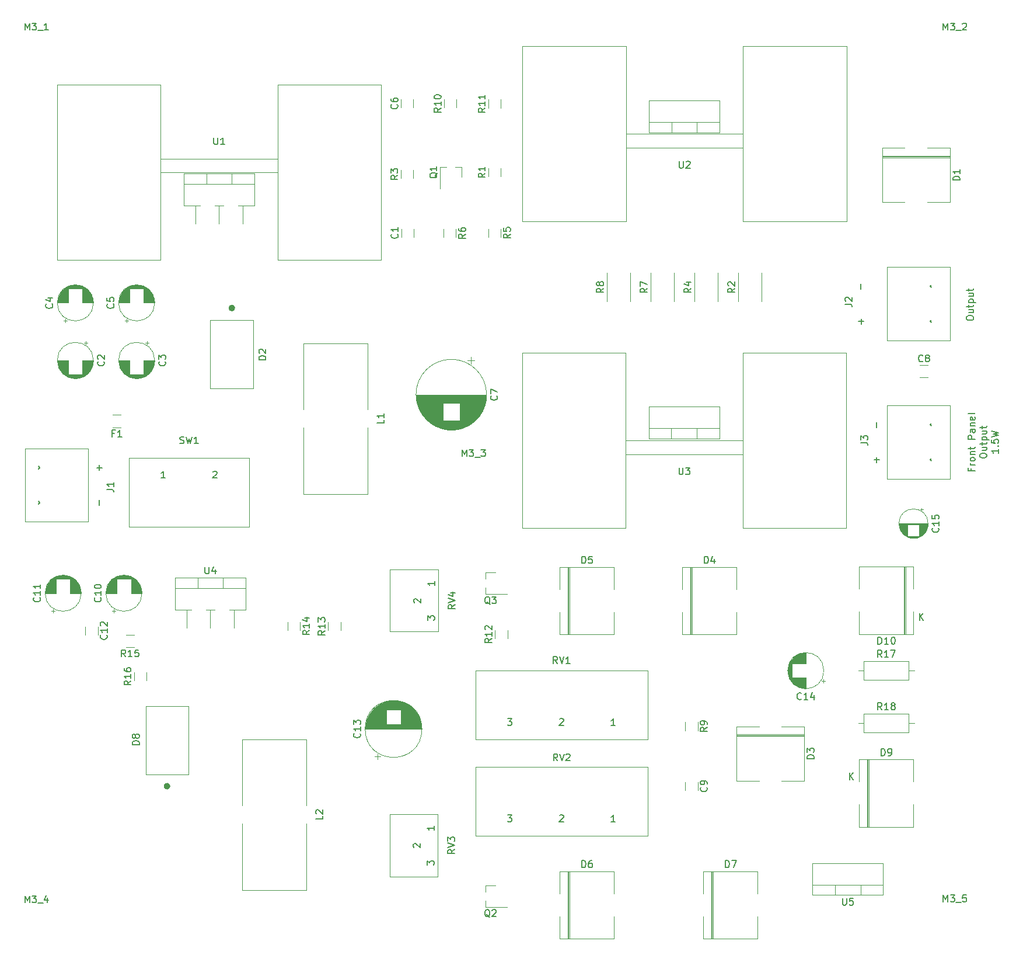
<source format=gbr>
%TF.GenerationSoftware,KiCad,Pcbnew,(5.1.6)-1*%
%TF.CreationDate,2020-07-06T22:25:41+02:00*%
%TF.ProjectId,Power_supply,506f7765-725f-4737-9570-706c792e6b69,rev?*%
%TF.SameCoordinates,PX2b5d568PYa62d478*%
%TF.FileFunction,Legend,Top*%
%TF.FilePolarity,Positive*%
%FSLAX46Y46*%
G04 Gerber Fmt 4.6, Leading zero omitted, Abs format (unit mm)*
G04 Created by KiCad (PCBNEW (5.1.6)-1) date 2020-07-06 22:25:41*
%MOMM*%
%LPD*%
G01*
G04 APERTURE LIST*
%ADD10C,0.200000*%
%ADD11C,0.120000*%
%ADD12C,0.500000*%
%ADD13C,0.150000*%
G04 APERTURE END LIST*
D10*
X144400491Y75292747D02*
X144400491Y74959414D01*
X144924300Y74959414D02*
X143924300Y74959414D01*
X143924300Y75435604D01*
X144924300Y75816557D02*
X144257634Y75816557D01*
X144448110Y75816557D02*
X144352872Y75864176D01*
X144305253Y75911795D01*
X144257634Y76007033D01*
X144257634Y76102271D01*
X144924300Y76578461D02*
X144876681Y76483223D01*
X144829062Y76435604D01*
X144733824Y76387985D01*
X144448110Y76387985D01*
X144352872Y76435604D01*
X144305253Y76483223D01*
X144257634Y76578461D01*
X144257634Y76721319D01*
X144305253Y76816557D01*
X144352872Y76864176D01*
X144448110Y76911795D01*
X144733824Y76911795D01*
X144829062Y76864176D01*
X144876681Y76816557D01*
X144924300Y76721319D01*
X144924300Y76578461D01*
X144257634Y77340366D02*
X144924300Y77340366D01*
X144352872Y77340366D02*
X144305253Y77387985D01*
X144257634Y77483223D01*
X144257634Y77626080D01*
X144305253Y77721319D01*
X144400491Y77768938D01*
X144924300Y77768938D01*
X144257634Y78102271D02*
X144257634Y78483223D01*
X143924300Y78245128D02*
X144781443Y78245128D01*
X144876681Y78292747D01*
X144924300Y78387985D01*
X144924300Y78483223D01*
X144924300Y79578461D02*
X143924300Y79578461D01*
X143924300Y79959414D01*
X143971920Y80054652D01*
X144019539Y80102271D01*
X144114777Y80149890D01*
X144257634Y80149890D01*
X144352872Y80102271D01*
X144400491Y80054652D01*
X144448110Y79959414D01*
X144448110Y79578461D01*
X144924300Y81007033D02*
X144400491Y81007033D01*
X144305253Y80959414D01*
X144257634Y80864176D01*
X144257634Y80673700D01*
X144305253Y80578461D01*
X144876681Y81007033D02*
X144924300Y80911795D01*
X144924300Y80673700D01*
X144876681Y80578461D01*
X144781443Y80530842D01*
X144686205Y80530842D01*
X144590967Y80578461D01*
X144543348Y80673700D01*
X144543348Y80911795D01*
X144495729Y81007033D01*
X144257634Y81483223D02*
X144924300Y81483223D01*
X144352872Y81483223D02*
X144305253Y81530842D01*
X144257634Y81626080D01*
X144257634Y81768938D01*
X144305253Y81864176D01*
X144400491Y81911795D01*
X144924300Y81911795D01*
X144876681Y82768938D02*
X144924300Y82673700D01*
X144924300Y82483223D01*
X144876681Y82387985D01*
X144781443Y82340366D01*
X144400491Y82340366D01*
X144305253Y82387985D01*
X144257634Y82483223D01*
X144257634Y82673700D01*
X144305253Y82768938D01*
X144400491Y82816557D01*
X144495729Y82816557D01*
X144590967Y82340366D01*
X144924300Y83387985D02*
X144876681Y83292747D01*
X144781443Y83245128D01*
X143924300Y83245128D01*
X145624300Y77102271D02*
X145624300Y77292747D01*
X145671920Y77387985D01*
X145767158Y77483223D01*
X145957634Y77530842D01*
X146290967Y77530842D01*
X146481443Y77483223D01*
X146576681Y77387985D01*
X146624300Y77292747D01*
X146624300Y77102271D01*
X146576681Y77007033D01*
X146481443Y76911795D01*
X146290967Y76864176D01*
X145957634Y76864176D01*
X145767158Y76911795D01*
X145671920Y77007033D01*
X145624300Y77102271D01*
X145957634Y78387985D02*
X146624300Y78387985D01*
X145957634Y77959414D02*
X146481443Y77959414D01*
X146576681Y78007033D01*
X146624300Y78102271D01*
X146624300Y78245128D01*
X146576681Y78340366D01*
X146529062Y78387985D01*
X145957634Y78721319D02*
X145957634Y79102271D01*
X145624300Y78864176D02*
X146481443Y78864176D01*
X146576681Y78911795D01*
X146624300Y79007033D01*
X146624300Y79102271D01*
X145957634Y79435604D02*
X146957634Y79435604D01*
X146005253Y79435604D02*
X145957634Y79530842D01*
X145957634Y79721319D01*
X146005253Y79816557D01*
X146052872Y79864176D01*
X146148110Y79911795D01*
X146433824Y79911795D01*
X146529062Y79864176D01*
X146576681Y79816557D01*
X146624300Y79721319D01*
X146624300Y79530842D01*
X146576681Y79435604D01*
X145957634Y80768938D02*
X146624300Y80768938D01*
X145957634Y80340366D02*
X146481443Y80340366D01*
X146576681Y80387985D01*
X146624300Y80483223D01*
X146624300Y80626080D01*
X146576681Y80721319D01*
X146529062Y80768938D01*
X145957634Y81102271D02*
X145957634Y81483223D01*
X145624300Y81245128D02*
X146481443Y81245128D01*
X146576681Y81292747D01*
X146624300Y81387985D01*
X146624300Y81483223D01*
X148324300Y78126080D02*
X148324300Y77554652D01*
X148324300Y77840366D02*
X147324300Y77840366D01*
X147467158Y77745128D01*
X147562396Y77649890D01*
X147610015Y77554652D01*
X148229062Y78554652D02*
X148276681Y78602271D01*
X148324300Y78554652D01*
X148276681Y78507033D01*
X148229062Y78554652D01*
X148324300Y78554652D01*
X147324300Y79507033D02*
X147324300Y79030842D01*
X147800491Y78983223D01*
X147752872Y79030842D01*
X147705253Y79126080D01*
X147705253Y79364176D01*
X147752872Y79459414D01*
X147800491Y79507033D01*
X147895729Y79554652D01*
X148133824Y79554652D01*
X148229062Y79507033D01*
X148276681Y79459414D01*
X148324300Y79364176D01*
X148324300Y79126080D01*
X148276681Y79030842D01*
X148229062Y78983223D01*
X147324300Y79887985D02*
X148324300Y80126080D01*
X147610015Y80316557D01*
X148324300Y80507033D01*
X147324300Y80745128D01*
X143719300Y97041271D02*
X143719300Y97231747D01*
X143766920Y97326985D01*
X143862158Y97422223D01*
X144052634Y97469842D01*
X144385967Y97469842D01*
X144576443Y97422223D01*
X144671681Y97326985D01*
X144719300Y97231747D01*
X144719300Y97041271D01*
X144671681Y96946033D01*
X144576443Y96850795D01*
X144385967Y96803176D01*
X144052634Y96803176D01*
X143862158Y96850795D01*
X143766920Y96946033D01*
X143719300Y97041271D01*
X144052634Y98326985D02*
X144719300Y98326985D01*
X144052634Y97898414D02*
X144576443Y97898414D01*
X144671681Y97946033D01*
X144719300Y98041271D01*
X144719300Y98184128D01*
X144671681Y98279366D01*
X144624062Y98326985D01*
X144052634Y98660319D02*
X144052634Y99041271D01*
X143719300Y98803176D02*
X144576443Y98803176D01*
X144671681Y98850795D01*
X144719300Y98946033D01*
X144719300Y99041271D01*
X144052634Y99374604D02*
X145052634Y99374604D01*
X144100253Y99374604D02*
X144052634Y99469842D01*
X144052634Y99660319D01*
X144100253Y99755557D01*
X144147872Y99803176D01*
X144243110Y99850795D01*
X144528824Y99850795D01*
X144624062Y99803176D01*
X144671681Y99755557D01*
X144719300Y99660319D01*
X144719300Y99469842D01*
X144671681Y99374604D01*
X144052634Y100707938D02*
X144719300Y100707938D01*
X144052634Y100279366D02*
X144576443Y100279366D01*
X144671681Y100326985D01*
X144719300Y100422223D01*
X144719300Y100565080D01*
X144671681Y100660319D01*
X144624062Y100707938D01*
X144052634Y101041271D02*
X144052634Y101422223D01*
X143719300Y101184128D02*
X144576443Y101184128D01*
X144671681Y101231747D01*
X144719300Y101326985D01*
X144719300Y101422223D01*
D11*
%TO.C,F1*%
X21043984Y81264080D02*
X19839856Y81264080D01*
X21043984Y83084080D02*
X19839856Y83084080D01*
%TO.C,U5*%
X124637920Y13479080D02*
X124637920Y14989080D01*
X128338920Y13479080D02*
X128338920Y14989080D01*
X131608920Y14989080D02*
X121368920Y14989080D01*
X121368920Y13479080D02*
X121368920Y18120080D01*
X131608920Y13479080D02*
X131608920Y18120080D01*
X131608920Y18120080D02*
X121368920Y18120080D01*
X131608920Y13479080D02*
X121368920Y13479080D01*
%TO.C,U4*%
X37401920Y54865080D02*
X37401920Y52251080D01*
X34001920Y54865080D02*
X34001920Y52251080D01*
X30601920Y54865080D02*
X30601920Y52235080D01*
X35851920Y59506080D02*
X35851920Y57997080D01*
X32151920Y59506080D02*
X32151920Y57997080D01*
X28880920Y57997080D02*
X39121920Y57997080D01*
X39121920Y59506080D02*
X39121920Y54865080D01*
X28880920Y59506080D02*
X28880920Y54865080D01*
X36766920Y54865080D02*
X39121920Y54865080D01*
X33366920Y54865080D02*
X34636920Y54865080D01*
X28880920Y54865080D02*
X31236920Y54865080D01*
X28880920Y59506080D02*
X39121920Y59506080D01*
%TO.C,R18*%
X136114920Y38422580D02*
X135344920Y38422580D01*
X128034920Y38422580D02*
X128804920Y38422580D01*
X135344920Y39792580D02*
X128804920Y39792580D01*
X135344920Y37052580D02*
X135344920Y39792580D01*
X128804920Y37052580D02*
X135344920Y37052580D01*
X128804920Y39792580D02*
X128804920Y37052580D01*
%TO.C,R17*%
X136114920Y46042580D02*
X135344920Y46042580D01*
X128034920Y46042580D02*
X128804920Y46042580D01*
X135344920Y47412580D02*
X128804920Y47412580D01*
X135344920Y44672580D02*
X135344920Y47412580D01*
X128804920Y44672580D02*
X135344920Y44672580D01*
X128804920Y47412580D02*
X128804920Y44672580D01*
%TO.C,J3*%
X132169920Y73842880D02*
X141015720Y73842880D01*
X132169920Y84434680D02*
X141015720Y84434680D01*
X132169920Y84434680D02*
X132169920Y73842880D01*
X141015720Y73842880D02*
X141345920Y73842880D01*
X141345920Y73842880D02*
X141345920Y84434680D01*
X141345920Y84434680D02*
X141015720Y84434680D01*
%TO.C,D10*%
X134861920Y51317580D02*
X134861920Y61087580D01*
X134621920Y51317580D02*
X134621920Y61087580D01*
X134741920Y51317580D02*
X134741920Y61087580D01*
X128144920Y61087580D02*
X128144920Y57842580D01*
X136004920Y61087580D02*
X128144920Y61087580D01*
X136004920Y57842580D02*
X136004920Y61087580D01*
X128144920Y51317580D02*
X128144920Y54562580D01*
X136004920Y51317580D02*
X128144920Y51317580D01*
X136004920Y54562580D02*
X136004920Y51317580D01*
%TO.C,D9*%
X129287920Y33147580D02*
X129287920Y23377580D01*
X129527920Y33147580D02*
X129527920Y23377580D01*
X129407920Y33147580D02*
X129407920Y23377580D01*
X136004920Y23377580D02*
X136004920Y26622580D01*
X128144920Y23377580D02*
X136004920Y23377580D01*
X128144920Y26622580D02*
X128144920Y23377580D01*
X136004920Y33147580D02*
X136004920Y29902580D01*
X128144920Y33147580D02*
X136004920Y33147580D01*
X128144920Y29902580D02*
X128144920Y33147580D01*
%TO.C,C15*%
X137406920Y69400881D02*
X137006920Y69400881D01*
X137206920Y69600881D02*
X137206920Y69200881D01*
X136381920Y65250080D02*
X135641920Y65250080D01*
X136548920Y65290080D02*
X135474920Y65290080D01*
X136675920Y65330080D02*
X135347920Y65330080D01*
X136779920Y65370080D02*
X135243920Y65370080D01*
X136870920Y65410080D02*
X135152920Y65410080D01*
X136951920Y65450080D02*
X135071920Y65450080D01*
X137024920Y65490080D02*
X134998920Y65490080D01*
X135171920Y65530080D02*
X134931920Y65530080D01*
X137091920Y65530080D02*
X136851920Y65530080D01*
X135171920Y65570080D02*
X134869920Y65570080D01*
X137153920Y65570080D02*
X136851920Y65570080D01*
X135171920Y65610080D02*
X134811920Y65610080D01*
X137211920Y65610080D02*
X136851920Y65610080D01*
X135171920Y65650080D02*
X134757920Y65650080D01*
X137265920Y65650080D02*
X136851920Y65650080D01*
X135171920Y65690080D02*
X134707920Y65690080D01*
X137315920Y65690080D02*
X136851920Y65690080D01*
X135171920Y65730080D02*
X134660920Y65730080D01*
X137362920Y65730080D02*
X136851920Y65730080D01*
X135171920Y65770080D02*
X134615920Y65770080D01*
X137407920Y65770080D02*
X136851920Y65770080D01*
X135171920Y65810080D02*
X134573920Y65810080D01*
X137449920Y65810080D02*
X136851920Y65810080D01*
X135171920Y65850080D02*
X134533920Y65850080D01*
X137489920Y65850080D02*
X136851920Y65850080D01*
X135171920Y65890080D02*
X134495920Y65890080D01*
X137527920Y65890080D02*
X136851920Y65890080D01*
X135171920Y65930080D02*
X134459920Y65930080D01*
X137563920Y65930080D02*
X136851920Y65930080D01*
X135171920Y65970080D02*
X134424920Y65970080D01*
X137598920Y65970080D02*
X136851920Y65970080D01*
X135171920Y66010080D02*
X134392920Y66010080D01*
X137630920Y66010080D02*
X136851920Y66010080D01*
X135171920Y66050080D02*
X134361920Y66050080D01*
X137661920Y66050080D02*
X136851920Y66050080D01*
X135171920Y66090080D02*
X134331920Y66090080D01*
X137691920Y66090080D02*
X136851920Y66090080D01*
X135171920Y66130080D02*
X134303920Y66130080D01*
X137719920Y66130080D02*
X136851920Y66130080D01*
X135171920Y66170080D02*
X134276920Y66170080D01*
X137746920Y66170080D02*
X136851920Y66170080D01*
X135171920Y66210080D02*
X134251920Y66210080D01*
X137771920Y66210080D02*
X136851920Y66210080D01*
X135171920Y66250080D02*
X134226920Y66250080D01*
X137796920Y66250080D02*
X136851920Y66250080D01*
X135171920Y66290080D02*
X134203920Y66290080D01*
X137819920Y66290080D02*
X136851920Y66290080D01*
X135171920Y66330080D02*
X134181920Y66330080D01*
X137841920Y66330080D02*
X136851920Y66330080D01*
X135171920Y66370080D02*
X134160920Y66370080D01*
X137862920Y66370080D02*
X136851920Y66370080D01*
X135171920Y66410080D02*
X134141920Y66410080D01*
X137881920Y66410080D02*
X136851920Y66410080D01*
X135171920Y66450080D02*
X134122920Y66450080D01*
X137900920Y66450080D02*
X136851920Y66450080D01*
X135171920Y66490080D02*
X134104920Y66490080D01*
X137918920Y66490080D02*
X136851920Y66490080D01*
X135171920Y66530080D02*
X134087920Y66530080D01*
X137935920Y66530080D02*
X136851920Y66530080D01*
X135171920Y66570080D02*
X134071920Y66570080D01*
X137951920Y66570080D02*
X136851920Y66570080D01*
X135171920Y66610080D02*
X134057920Y66610080D01*
X137965920Y66610080D02*
X136851920Y66610080D01*
X135171920Y66651080D02*
X134043920Y66651080D01*
X137979920Y66651080D02*
X136851920Y66651080D01*
X135171920Y66691080D02*
X134029920Y66691080D01*
X137993920Y66691080D02*
X136851920Y66691080D01*
X135171920Y66731080D02*
X134017920Y66731080D01*
X138005920Y66731080D02*
X136851920Y66731080D01*
X135171920Y66771080D02*
X134006920Y66771080D01*
X138016920Y66771080D02*
X136851920Y66771080D01*
X135171920Y66811080D02*
X133995920Y66811080D01*
X138027920Y66811080D02*
X136851920Y66811080D01*
X135171920Y66851080D02*
X133986920Y66851080D01*
X138036920Y66851080D02*
X136851920Y66851080D01*
X135171920Y66891080D02*
X133977920Y66891080D01*
X138045920Y66891080D02*
X136851920Y66891080D01*
X135171920Y66931080D02*
X133969920Y66931080D01*
X138053920Y66931080D02*
X136851920Y66931080D01*
X135171920Y66971080D02*
X133961920Y66971080D01*
X138061920Y66971080D02*
X136851920Y66971080D01*
X135171920Y67011080D02*
X133955920Y67011080D01*
X138067920Y67011080D02*
X136851920Y67011080D01*
X135171920Y67051080D02*
X133949920Y67051080D01*
X138073920Y67051080D02*
X136851920Y67051080D01*
X135171920Y67091080D02*
X133944920Y67091080D01*
X138078920Y67091080D02*
X136851920Y67091080D01*
X135171920Y67131080D02*
X133940920Y67131080D01*
X138082920Y67131080D02*
X136851920Y67131080D01*
X138085920Y67171080D02*
X133937920Y67171080D01*
X138088920Y67211080D02*
X133934920Y67211080D01*
X138090920Y67251080D02*
X133932920Y67251080D01*
X138091920Y67291080D02*
X133931920Y67291080D01*
X138091920Y67331080D02*
X133931920Y67331080D01*
X138131920Y67331080D02*
G75*
G03*
X138131920Y67331080I-2120000J0D01*
G01*
%TO.C,C14*%
X122936295Y44294720D02*
X122936295Y44794720D01*
X123186295Y44544720D02*
X122686295Y44544720D01*
X117780520Y45735720D02*
X117780520Y46303720D01*
X117820520Y45501720D02*
X117820520Y46537720D01*
X117860520Y45342720D02*
X117860520Y46696720D01*
X117900520Y45214720D02*
X117900520Y46824720D01*
X117940520Y45104720D02*
X117940520Y46934720D01*
X117980520Y45008720D02*
X117980520Y47030720D01*
X118020520Y44921720D02*
X118020520Y47117720D01*
X118060520Y44841720D02*
X118060520Y47197720D01*
X118100520Y44768720D02*
X118100520Y47270720D01*
X118140520Y44700720D02*
X118140520Y47338720D01*
X118180520Y44636720D02*
X118180520Y47402720D01*
X118220520Y44576720D02*
X118220520Y47462720D01*
X118260520Y44519720D02*
X118260520Y47519720D01*
X118300520Y44465720D02*
X118300520Y47573720D01*
X118340520Y44414720D02*
X118340520Y47624720D01*
X118380520Y47059720D02*
X118380520Y47672720D01*
X118380520Y44366720D02*
X118380520Y44979720D01*
X118420520Y47059720D02*
X118420520Y47718720D01*
X118420520Y44320720D02*
X118420520Y44979720D01*
X118460520Y47059720D02*
X118460520Y47762720D01*
X118460520Y44276720D02*
X118460520Y44979720D01*
X118500520Y47059720D02*
X118500520Y47804720D01*
X118500520Y44234720D02*
X118500520Y44979720D01*
X118540520Y47059720D02*
X118540520Y47845720D01*
X118540520Y44193720D02*
X118540520Y44979720D01*
X118580520Y47059720D02*
X118580520Y47883720D01*
X118580520Y44155720D02*
X118580520Y44979720D01*
X118620520Y47059720D02*
X118620520Y47920720D01*
X118620520Y44118720D02*
X118620520Y44979720D01*
X118660520Y47059720D02*
X118660520Y47956720D01*
X118660520Y44082720D02*
X118660520Y44979720D01*
X118700520Y47059720D02*
X118700520Y47990720D01*
X118700520Y44048720D02*
X118700520Y44979720D01*
X118740520Y47059720D02*
X118740520Y48023720D01*
X118740520Y44015720D02*
X118740520Y44979720D01*
X118780520Y47059720D02*
X118780520Y48054720D01*
X118780520Y43984720D02*
X118780520Y44979720D01*
X118820520Y47059720D02*
X118820520Y48084720D01*
X118820520Y43954720D02*
X118820520Y44979720D01*
X118860520Y47059720D02*
X118860520Y48114720D01*
X118860520Y43924720D02*
X118860520Y44979720D01*
X118900520Y47059720D02*
X118900520Y48141720D01*
X118900520Y43897720D02*
X118900520Y44979720D01*
X118940520Y47059720D02*
X118940520Y48168720D01*
X118940520Y43870720D02*
X118940520Y44979720D01*
X118980520Y47059720D02*
X118980520Y48194720D01*
X118980520Y43844720D02*
X118980520Y44979720D01*
X119020520Y47059720D02*
X119020520Y48219720D01*
X119020520Y43819720D02*
X119020520Y44979720D01*
X119060520Y47059720D02*
X119060520Y48243720D01*
X119060520Y43795720D02*
X119060520Y44979720D01*
X119100520Y47059720D02*
X119100520Y48266720D01*
X119100520Y43772720D02*
X119100520Y44979720D01*
X119140520Y47059720D02*
X119140520Y48287720D01*
X119140520Y43751720D02*
X119140520Y44979720D01*
X119180520Y47059720D02*
X119180520Y48309720D01*
X119180520Y43729720D02*
X119180520Y44979720D01*
X119220520Y47059720D02*
X119220520Y48329720D01*
X119220520Y43709720D02*
X119220520Y44979720D01*
X119260520Y47059720D02*
X119260520Y48348720D01*
X119260520Y43690720D02*
X119260520Y44979720D01*
X119300520Y47059720D02*
X119300520Y48367720D01*
X119300520Y43671720D02*
X119300520Y44979720D01*
X119340520Y47059720D02*
X119340520Y48384720D01*
X119340520Y43654720D02*
X119340520Y44979720D01*
X119380520Y47059720D02*
X119380520Y48401720D01*
X119380520Y43637720D02*
X119380520Y44979720D01*
X119420520Y47059720D02*
X119420520Y48417720D01*
X119420520Y43621720D02*
X119420520Y44979720D01*
X119460520Y47059720D02*
X119460520Y48433720D01*
X119460520Y43605720D02*
X119460520Y44979720D01*
X119500520Y47059720D02*
X119500520Y48447720D01*
X119500520Y43591720D02*
X119500520Y44979720D01*
X119540520Y47059720D02*
X119540520Y48461720D01*
X119540520Y43577720D02*
X119540520Y44979720D01*
X119580520Y47059720D02*
X119580520Y48474720D01*
X119580520Y43564720D02*
X119580520Y44979720D01*
X119620520Y47059720D02*
X119620520Y48487720D01*
X119620520Y43551720D02*
X119620520Y44979720D01*
X119660520Y47059720D02*
X119660520Y48499720D01*
X119660520Y43539720D02*
X119660520Y44979720D01*
X119701520Y47059720D02*
X119701520Y48510720D01*
X119701520Y43528720D02*
X119701520Y44979720D01*
X119741520Y47059720D02*
X119741520Y48520720D01*
X119741520Y43518720D02*
X119741520Y44979720D01*
X119781520Y47059720D02*
X119781520Y48530720D01*
X119781520Y43508720D02*
X119781520Y44979720D01*
X119821520Y47059720D02*
X119821520Y48539720D01*
X119821520Y43499720D02*
X119821520Y44979720D01*
X119861520Y47059720D02*
X119861520Y48547720D01*
X119861520Y43491720D02*
X119861520Y44979720D01*
X119901520Y47059720D02*
X119901520Y48555720D01*
X119901520Y43483720D02*
X119901520Y44979720D01*
X119941520Y47059720D02*
X119941520Y48562720D01*
X119941520Y43476720D02*
X119941520Y44979720D01*
X119981520Y47059720D02*
X119981520Y48569720D01*
X119981520Y43469720D02*
X119981520Y44979720D01*
X120021520Y47059720D02*
X120021520Y48575720D01*
X120021520Y43463720D02*
X120021520Y44979720D01*
X120061520Y47059720D02*
X120061520Y48580720D01*
X120061520Y43458720D02*
X120061520Y44979720D01*
X120101520Y47059720D02*
X120101520Y48584720D01*
X120101520Y43454720D02*
X120101520Y44979720D01*
X120141520Y47059720D02*
X120141520Y48588720D01*
X120141520Y43450720D02*
X120141520Y44979720D01*
X120181520Y47059720D02*
X120181520Y48592720D01*
X120181520Y43446720D02*
X120181520Y44979720D01*
X120221520Y47059720D02*
X120221520Y48595720D01*
X120221520Y43443720D02*
X120221520Y44979720D01*
X120261520Y47059720D02*
X120261520Y48597720D01*
X120261520Y43441720D02*
X120261520Y44979720D01*
X120301520Y47059720D02*
X120301520Y48598720D01*
X120301520Y43440720D02*
X120301520Y44979720D01*
X120341520Y43439720D02*
X120341520Y44979720D01*
X120341520Y47059720D02*
X120341520Y48599720D01*
X120381520Y43439720D02*
X120381520Y44979720D01*
X120381520Y47059720D02*
X120381520Y48599720D01*
X123001520Y46019720D02*
G75*
G03*
X123001520Y46019720I-2620000J0D01*
G01*
%TO.C,J1*%
X7106920Y67594480D02*
X7437120Y67594480D01*
X7106920Y78186280D02*
X7106920Y67594480D01*
X7437120Y78186280D02*
X7106920Y78186280D01*
X16282920Y67594480D02*
X16282920Y78186280D01*
X16282920Y67594480D02*
X7437120Y67594480D01*
X16282920Y78186280D02*
X7437120Y78186280D01*
%TO.C,R12*%
X75290000Y50690696D02*
X75290000Y51894824D01*
X77110000Y50690696D02*
X77110000Y51894824D01*
%TO.C,U3*%
X107846920Y79619080D02*
X107846920Y84260080D01*
X107846920Y79619080D02*
X97606920Y79619080D01*
X97606920Y79619080D02*
X97606920Y84260080D01*
X107846920Y81129080D02*
X97606920Y81129080D01*
X104576920Y79619080D02*
X104576920Y81129080D01*
X100875920Y79619080D02*
X100875920Y81129080D01*
X107846920Y84260080D02*
X97606920Y84260080D01*
X94266920Y79389080D02*
X111266920Y79389080D01*
X94266920Y77389080D02*
X111266920Y77389080D01*
X111266920Y92089080D02*
X111266920Y66689080D01*
X111266920Y66689080D02*
X126266920Y66689080D01*
X126266920Y66689080D02*
X126266920Y92089080D01*
X126266920Y92089080D02*
X111266920Y92089080D01*
X94266920Y92089080D02*
X94266920Y66689080D01*
X94266920Y66689080D02*
X79266920Y66689080D01*
X79266920Y66689080D02*
X79266920Y92089080D01*
X79266920Y92089080D02*
X94266920Y92089080D01*
%TO.C,U2*%
X107872320Y124043680D02*
X107872320Y128684680D01*
X107872320Y124043680D02*
X97632320Y124043680D01*
X97632320Y124043680D02*
X97632320Y128684680D01*
X107872320Y125553680D02*
X97632320Y125553680D01*
X104602320Y124043680D02*
X104602320Y125553680D01*
X100901320Y124043680D02*
X100901320Y125553680D01*
X107872320Y128684680D02*
X97632320Y128684680D01*
X94292320Y123813680D02*
X111292320Y123813680D01*
X94292320Y121813680D02*
X111292320Y121813680D01*
X111292320Y136513680D02*
X111292320Y111113680D01*
X111292320Y111113680D02*
X126292320Y111113680D01*
X126292320Y111113680D02*
X126292320Y136513680D01*
X126292320Y136513680D02*
X111292320Y136513680D01*
X94292320Y136513680D02*
X94292320Y111113680D01*
X94292320Y111113680D02*
X79292320Y111113680D01*
X79292320Y111113680D02*
X79292320Y136513680D01*
X79292320Y136513680D02*
X94292320Y136513680D01*
%TO.C,U1*%
X38671920Y113412080D02*
X38671920Y110798080D01*
X35271920Y113412080D02*
X35271920Y110798080D01*
X31871920Y113412080D02*
X31871920Y110782080D01*
X37121920Y118053080D02*
X37121920Y116544080D01*
X33421920Y118053080D02*
X33421920Y116544080D01*
X30150920Y116544080D02*
X40391920Y116544080D01*
X40391920Y118053080D02*
X40391920Y113412080D01*
X30150920Y118053080D02*
X30150920Y113412080D01*
X38036920Y113412080D02*
X40391920Y113412080D01*
X34636920Y113412080D02*
X35906920Y113412080D01*
X30150920Y113412080D02*
X32506920Y113412080D01*
X30150920Y118053080D02*
X40391920Y118053080D01*
X43771920Y118233080D02*
X26771920Y118233080D01*
X43771920Y120233080D02*
X26771920Y120233080D01*
X26771920Y105533080D02*
X26771920Y130933080D01*
X26771920Y130933080D02*
X11771920Y130933080D01*
X11771920Y130933080D02*
X11771920Y105533080D01*
X11771920Y105533080D02*
X26771920Y105533080D01*
X43771920Y105533080D02*
X43771920Y130933080D01*
X43771920Y130933080D02*
X58771920Y130933080D01*
X58771920Y130933080D02*
X58771920Y105533080D01*
X58771920Y105533080D02*
X43771920Y105533080D01*
%TO.C,SW1*%
X22172920Y76887080D02*
X39672920Y76887080D01*
X39672920Y66887080D02*
X22172920Y66887080D01*
X22172920Y66887080D02*
X22172920Y76887080D01*
X39672920Y66887080D02*
X39672920Y76887080D01*
%TO.C,RV4*%
X67066420Y60662580D02*
X60066420Y60662580D01*
X60066420Y60662580D02*
X60066420Y51662580D01*
X60066420Y51662580D02*
X67066420Y51662580D01*
X67066420Y51662580D02*
X67066420Y60662580D01*
%TO.C,RV3*%
X67002920Y25182580D02*
X60002920Y25182580D01*
X60002920Y25182580D02*
X60002920Y16182580D01*
X60002920Y16182580D02*
X67002920Y16182580D01*
X67002920Y16182580D02*
X67002920Y25182580D01*
%TO.C,RV2*%
X97450920Y32059080D02*
X97450920Y22059080D01*
X72450920Y32059080D02*
X97450920Y32059080D01*
X72450920Y22059080D02*
X72450920Y32059080D01*
X97450920Y22059080D02*
X72450920Y22059080D01*
%TO.C,RV1*%
X97450920Y46029080D02*
X97450920Y36029080D01*
X72450920Y46029080D02*
X97450920Y46029080D01*
X72450920Y36029080D02*
X72450920Y46029080D01*
X97450920Y36029080D02*
X72450920Y36029080D01*
%TO.C,R16*%
X22941400Y44578396D02*
X22941400Y45782524D01*
X24761400Y44578396D02*
X24761400Y45782524D01*
%TO.C,R15*%
X22948984Y49387080D02*
X21744856Y49387080D01*
X22948984Y51207080D02*
X21744856Y51207080D01*
%TO.C,R14*%
X47021160Y53091164D02*
X47021160Y51887036D01*
X45201160Y53091164D02*
X45201160Y51887036D01*
%TO.C,R13*%
X51093960Y51836236D02*
X51093960Y53040364D01*
X52913960Y51836236D02*
X52913960Y53040364D01*
%TO.C,R11*%
X74325920Y127591016D02*
X74325920Y128795144D01*
X76145920Y127591016D02*
X76145920Y128795144D01*
%TO.C,R10*%
X67905920Y127611016D02*
X67905920Y128815144D01*
X69725920Y127611016D02*
X69725920Y128815144D01*
%TO.C,R9*%
X104727420Y38553144D02*
X104727420Y37349016D01*
X102907420Y38553144D02*
X102907420Y37349016D01*
%TO.C,R8*%
X91502920Y99553016D02*
X91502920Y103657144D01*
X94922920Y99553016D02*
X94922920Y103657144D01*
%TO.C,R7*%
X97852920Y99553016D02*
X97852920Y103657144D01*
X101272920Y99553016D02*
X101272920Y103657144D01*
%TO.C,R6*%
X69642400Y110058284D02*
X69642400Y108854156D01*
X67822400Y110058284D02*
X67822400Y108854156D01*
%TO.C,R5*%
X76165120Y110081144D02*
X76165120Y108877016D01*
X74345120Y110081144D02*
X74345120Y108877016D01*
%TO.C,R4*%
X104202920Y99553016D02*
X104202920Y103657144D01*
X107622920Y99553016D02*
X107622920Y103657144D01*
%TO.C,R3*%
X61637500Y117386016D02*
X61637500Y118590144D01*
X63457500Y117386016D02*
X63457500Y118590144D01*
%TO.C,R2*%
X110552920Y99553016D02*
X110552920Y103657144D01*
X113972920Y99553016D02*
X113972920Y103657144D01*
%TO.C,R1*%
X74337500Y117667956D02*
X74337500Y118872084D01*
X76157500Y117667956D02*
X76157500Y118872084D01*
%TO.C,Q3*%
X73910920Y60259080D02*
X73910920Y59329080D01*
X73910920Y57099080D02*
X73910920Y58029080D01*
X73910920Y57099080D02*
X77070920Y57099080D01*
X73910920Y60259080D02*
X75370920Y60259080D01*
%TO.C,Q2*%
X73886920Y14899080D02*
X73886920Y13969080D01*
X73886920Y11739080D02*
X73886920Y12669080D01*
X73886920Y11739080D02*
X77046920Y11739080D01*
X73886920Y14899080D02*
X75346920Y14899080D01*
%TO.C,Q1*%
X70477500Y119030020D02*
X69547500Y119030020D01*
X67317500Y119030020D02*
X68247500Y119030020D01*
X67317500Y119030020D02*
X67317500Y115870020D01*
X70477500Y119030020D02*
X70477500Y117570020D01*
%TO.C,L2*%
X47962920Y36071080D02*
X47962920Y26439080D01*
X47962920Y23863080D02*
X47962920Y14231080D01*
X38622920Y36071080D02*
X38622920Y26439080D01*
X38622920Y23863080D02*
X38622920Y14231080D01*
X47962920Y36071080D02*
X38622920Y36071080D01*
X47962920Y14231080D02*
X38622920Y14231080D01*
%TO.C,L1*%
X56852920Y93475080D02*
X56852920Y83843080D01*
X56852920Y81267080D02*
X56852920Y71635080D01*
X47512920Y93475080D02*
X47512920Y83843080D01*
X47512920Y81267080D02*
X47512920Y71635080D01*
X56852920Y93475080D02*
X47512920Y93475080D01*
X56852920Y71635080D02*
X47512920Y71635080D01*
%TO.C,J2*%
X141345920Y104500680D02*
X141015720Y104500680D01*
X141345920Y93908880D02*
X141345920Y104500680D01*
X141015720Y93908880D02*
X141345920Y93908880D01*
X132169920Y104500680D02*
X132169920Y93908880D01*
X132169920Y104500680D02*
X141015720Y104500680D01*
X132169920Y93908880D02*
X141015720Y93908880D01*
%TO.C,D8*%
X30855920Y40899080D02*
X24607520Y40899080D01*
X30855920Y30993080D02*
X30855920Y40899080D01*
X24607520Y30993080D02*
X30855920Y30993080D01*
X24607520Y40899080D02*
X24607520Y30993080D01*
D12*
X27934920Y29265880D02*
G75*
G03*
X27934920Y29265880I-228600J0D01*
G01*
D11*
%TO.C,D7*%
X105538920Y13689080D02*
X105538920Y16934080D01*
X105538920Y16934080D02*
X113398920Y16934080D01*
X113398920Y16934080D02*
X113398920Y13689080D01*
X105538920Y10409080D02*
X105538920Y7164080D01*
X105538920Y7164080D02*
X113398920Y7164080D01*
X113398920Y7164080D02*
X113398920Y10409080D01*
X106801920Y16934080D02*
X106801920Y7164080D01*
X106921920Y16934080D02*
X106921920Y7164080D01*
X106681920Y16934080D02*
X106681920Y7164080D01*
%TO.C,D6*%
X84710920Y13689080D02*
X84710920Y16934080D01*
X84710920Y16934080D02*
X92570920Y16934080D01*
X92570920Y16934080D02*
X92570920Y13689080D01*
X84710920Y10409080D02*
X84710920Y7164080D01*
X84710920Y7164080D02*
X92570920Y7164080D01*
X92570920Y7164080D02*
X92570920Y10409080D01*
X85973920Y16934080D02*
X85973920Y7164080D01*
X86093920Y16934080D02*
X86093920Y7164080D01*
X85853920Y16934080D02*
X85853920Y7164080D01*
%TO.C,D5*%
X84710920Y57779080D02*
X84710920Y61024080D01*
X84710920Y61024080D02*
X92570920Y61024080D01*
X92570920Y61024080D02*
X92570920Y57779080D01*
X84710920Y54499080D02*
X84710920Y51254080D01*
X84710920Y51254080D02*
X92570920Y51254080D01*
X92570920Y51254080D02*
X92570920Y54499080D01*
X85973920Y61024080D02*
X85973920Y51254080D01*
X86093920Y61024080D02*
X86093920Y51254080D01*
X85853920Y61024080D02*
X85853920Y51254080D01*
%TO.C,D4*%
X102490920Y57779080D02*
X102490920Y61024080D01*
X102490920Y61024080D02*
X110350920Y61024080D01*
X110350920Y61024080D02*
X110350920Y57779080D01*
X102490920Y54499080D02*
X102490920Y51254080D01*
X102490920Y51254080D02*
X110350920Y51254080D01*
X110350920Y51254080D02*
X110350920Y54499080D01*
X103753920Y61024080D02*
X103753920Y51254080D01*
X103873920Y61024080D02*
X103873920Y51254080D01*
X103633920Y61024080D02*
X103633920Y51254080D01*
%TO.C,D3*%
X116887420Y37927900D02*
X120132420Y37927900D01*
X120132420Y37927900D02*
X120132420Y30067900D01*
X120132420Y30067900D02*
X116887420Y30067900D01*
X113607420Y37927900D02*
X110362420Y37927900D01*
X110362420Y37927900D02*
X110362420Y30067900D01*
X110362420Y30067900D02*
X113607420Y30067900D01*
X120132420Y36664900D02*
X110362420Y36664900D01*
X120132420Y36544900D02*
X110362420Y36544900D01*
X120132420Y36784900D02*
X110362420Y36784900D01*
%TO.C,D2*%
X33967420Y86949280D02*
X40215820Y86949280D01*
X33967420Y96855280D02*
X33967420Y86949280D01*
X40215820Y96855280D02*
X33967420Y96855280D01*
X40215820Y86949280D02*
X40215820Y96855280D01*
D12*
X37345620Y98582480D02*
G75*
G03*
X37345620Y98582480I-228600J0D01*
G01*
D11*
%TO.C,D1*%
X138032920Y121791080D02*
X141277920Y121791080D01*
X141277920Y121791080D02*
X141277920Y113931080D01*
X141277920Y113931080D02*
X138032920Y113931080D01*
X134752920Y121791080D02*
X131507920Y121791080D01*
X131507920Y121791080D02*
X131507920Y113931080D01*
X131507920Y113931080D02*
X134752920Y113931080D01*
X141277920Y120528080D02*
X131507920Y120528080D01*
X141277920Y120408080D02*
X131507920Y120408080D01*
X141277920Y120648080D02*
X131507920Y120648080D01*
%TO.C,C13*%
X64693920Y37569080D02*
G75*
G03*
X64693920Y37569080I-4120000J0D01*
G01*
X56493920Y37569080D02*
X64653920Y37569080D01*
X56493920Y37609080D02*
X64653920Y37609080D01*
X56493920Y37649080D02*
X64653920Y37649080D01*
X56494920Y37689080D02*
X64652920Y37689080D01*
X56496920Y37729080D02*
X64650920Y37729080D01*
X56497920Y37769080D02*
X64649920Y37769080D01*
X56499920Y37809080D02*
X64647920Y37809080D01*
X56502920Y37849080D02*
X64644920Y37849080D01*
X56505920Y37889080D02*
X64641920Y37889080D01*
X56508920Y37929080D02*
X64638920Y37929080D01*
X56512920Y37969080D02*
X64634920Y37969080D01*
X56516920Y38009080D02*
X64630920Y38009080D01*
X56521920Y38049080D02*
X64625920Y38049080D01*
X56525920Y38089080D02*
X64621920Y38089080D01*
X56531920Y38129080D02*
X64615920Y38129080D01*
X56536920Y38169080D02*
X64610920Y38169080D01*
X56543920Y38209080D02*
X64603920Y38209080D01*
X56549920Y38249080D02*
X64597920Y38249080D01*
X56556920Y38290080D02*
X59533920Y38290080D01*
X61613920Y38290080D02*
X64590920Y38290080D01*
X56563920Y38330080D02*
X59533920Y38330080D01*
X61613920Y38330080D02*
X64583920Y38330080D01*
X56571920Y38370080D02*
X59533920Y38370080D01*
X61613920Y38370080D02*
X64575920Y38370080D01*
X56579920Y38410080D02*
X59533920Y38410080D01*
X61613920Y38410080D02*
X64567920Y38410080D01*
X56588920Y38450080D02*
X59533920Y38450080D01*
X61613920Y38450080D02*
X64558920Y38450080D01*
X56597920Y38490080D02*
X59533920Y38490080D01*
X61613920Y38490080D02*
X64549920Y38490080D01*
X56606920Y38530080D02*
X59533920Y38530080D01*
X61613920Y38530080D02*
X64540920Y38530080D01*
X56616920Y38570080D02*
X59533920Y38570080D01*
X61613920Y38570080D02*
X64530920Y38570080D01*
X56626920Y38610080D02*
X59533920Y38610080D01*
X61613920Y38610080D02*
X64520920Y38610080D01*
X56637920Y38650080D02*
X59533920Y38650080D01*
X61613920Y38650080D02*
X64509920Y38650080D01*
X56648920Y38690080D02*
X59533920Y38690080D01*
X61613920Y38690080D02*
X64498920Y38690080D01*
X56659920Y38730080D02*
X59533920Y38730080D01*
X61613920Y38730080D02*
X64487920Y38730080D01*
X56671920Y38770080D02*
X59533920Y38770080D01*
X61613920Y38770080D02*
X64475920Y38770080D01*
X56684920Y38810080D02*
X59533920Y38810080D01*
X61613920Y38810080D02*
X64462920Y38810080D01*
X56696920Y38850080D02*
X59533920Y38850080D01*
X61613920Y38850080D02*
X64450920Y38850080D01*
X56710920Y38890080D02*
X59533920Y38890080D01*
X61613920Y38890080D02*
X64436920Y38890080D01*
X56723920Y38930080D02*
X59533920Y38930080D01*
X61613920Y38930080D02*
X64423920Y38930080D01*
X56738920Y38970080D02*
X59533920Y38970080D01*
X61613920Y38970080D02*
X64408920Y38970080D01*
X56752920Y39010080D02*
X59533920Y39010080D01*
X61613920Y39010080D02*
X64394920Y39010080D01*
X56768920Y39050080D02*
X59533920Y39050080D01*
X61613920Y39050080D02*
X64378920Y39050080D01*
X56783920Y39090080D02*
X59533920Y39090080D01*
X61613920Y39090080D02*
X64363920Y39090080D01*
X56799920Y39130080D02*
X59533920Y39130080D01*
X61613920Y39130080D02*
X64347920Y39130080D01*
X56816920Y39170080D02*
X59533920Y39170080D01*
X61613920Y39170080D02*
X64330920Y39170080D01*
X56833920Y39210080D02*
X59533920Y39210080D01*
X61613920Y39210080D02*
X64313920Y39210080D01*
X56851920Y39250080D02*
X59533920Y39250080D01*
X61613920Y39250080D02*
X64295920Y39250080D01*
X56869920Y39290080D02*
X59533920Y39290080D01*
X61613920Y39290080D02*
X64277920Y39290080D01*
X56887920Y39330080D02*
X59533920Y39330080D01*
X61613920Y39330080D02*
X64259920Y39330080D01*
X56907920Y39370080D02*
X59533920Y39370080D01*
X61613920Y39370080D02*
X64239920Y39370080D01*
X56926920Y39410080D02*
X59533920Y39410080D01*
X61613920Y39410080D02*
X64220920Y39410080D01*
X56946920Y39450080D02*
X59533920Y39450080D01*
X61613920Y39450080D02*
X64200920Y39450080D01*
X56967920Y39490080D02*
X59533920Y39490080D01*
X61613920Y39490080D02*
X64179920Y39490080D01*
X56989920Y39530080D02*
X59533920Y39530080D01*
X61613920Y39530080D02*
X64157920Y39530080D01*
X57011920Y39570080D02*
X59533920Y39570080D01*
X61613920Y39570080D02*
X64135920Y39570080D01*
X57033920Y39610080D02*
X59533920Y39610080D01*
X61613920Y39610080D02*
X64113920Y39610080D01*
X57056920Y39650080D02*
X59533920Y39650080D01*
X61613920Y39650080D02*
X64090920Y39650080D01*
X57080920Y39690080D02*
X59533920Y39690080D01*
X61613920Y39690080D02*
X64066920Y39690080D01*
X57104920Y39730080D02*
X59533920Y39730080D01*
X61613920Y39730080D02*
X64042920Y39730080D01*
X57129920Y39770080D02*
X59533920Y39770080D01*
X61613920Y39770080D02*
X64017920Y39770080D01*
X57155920Y39810080D02*
X59533920Y39810080D01*
X61613920Y39810080D02*
X63991920Y39810080D01*
X57181920Y39850080D02*
X59533920Y39850080D01*
X61613920Y39850080D02*
X63965920Y39850080D01*
X57208920Y39890080D02*
X59533920Y39890080D01*
X61613920Y39890080D02*
X63938920Y39890080D01*
X57235920Y39930080D02*
X59533920Y39930080D01*
X61613920Y39930080D02*
X63911920Y39930080D01*
X57264920Y39970080D02*
X59533920Y39970080D01*
X61613920Y39970080D02*
X63882920Y39970080D01*
X57293920Y40010080D02*
X59533920Y40010080D01*
X61613920Y40010080D02*
X63853920Y40010080D01*
X57323920Y40050080D02*
X59533920Y40050080D01*
X61613920Y40050080D02*
X63823920Y40050080D01*
X57353920Y40090080D02*
X59533920Y40090080D01*
X61613920Y40090080D02*
X63793920Y40090080D01*
X57384920Y40130080D02*
X59533920Y40130080D01*
X61613920Y40130080D02*
X63762920Y40130080D01*
X57417920Y40170080D02*
X59533920Y40170080D01*
X61613920Y40170080D02*
X63729920Y40170080D01*
X57449920Y40210080D02*
X59533920Y40210080D01*
X61613920Y40210080D02*
X63697920Y40210080D01*
X57483920Y40250080D02*
X59533920Y40250080D01*
X61613920Y40250080D02*
X63663920Y40250080D01*
X57518920Y40290080D02*
X59533920Y40290080D01*
X61613920Y40290080D02*
X63628920Y40290080D01*
X57554920Y40330080D02*
X59533920Y40330080D01*
X61613920Y40330080D02*
X63592920Y40330080D01*
X57590920Y40370080D02*
X63556920Y40370080D01*
X57628920Y40410080D02*
X63518920Y40410080D01*
X57666920Y40450080D02*
X63480920Y40450080D01*
X57706920Y40490080D02*
X63440920Y40490080D01*
X57747920Y40530080D02*
X63399920Y40530080D01*
X57789920Y40570080D02*
X63357920Y40570080D01*
X57832920Y40610080D02*
X63314920Y40610080D01*
X57876920Y40650080D02*
X63270920Y40650080D01*
X57922920Y40690080D02*
X63224920Y40690080D01*
X57969920Y40730080D02*
X63177920Y40730080D01*
X58017920Y40770080D02*
X63129920Y40770080D01*
X58068920Y40810080D02*
X63078920Y40810080D01*
X58119920Y40850080D02*
X63027920Y40850080D01*
X58173920Y40890080D02*
X62973920Y40890080D01*
X58228920Y40930080D02*
X62918920Y40930080D01*
X58286920Y40970080D02*
X62860920Y40970080D01*
X58345920Y41010080D02*
X62801920Y41010080D01*
X58407920Y41050080D02*
X62739920Y41050080D01*
X58471920Y41090080D02*
X62675920Y41090080D01*
X58539920Y41130080D02*
X62607920Y41130080D01*
X58609920Y41170080D02*
X62537920Y41170080D01*
X58683920Y41210080D02*
X62463920Y41210080D01*
X58760920Y41250080D02*
X62386920Y41250080D01*
X58842920Y41290080D02*
X62304920Y41290080D01*
X58928920Y41330080D02*
X62218920Y41330080D01*
X59021920Y41370080D02*
X62125920Y41370080D01*
X59120920Y41410080D02*
X62026920Y41410080D01*
X59227920Y41450080D02*
X61919920Y41450080D01*
X59344920Y41490080D02*
X61802920Y41490080D01*
X59475920Y41530080D02*
X61671920Y41530080D01*
X59625920Y41570080D02*
X61521920Y41570080D01*
X59805920Y41610080D02*
X61341920Y41610080D01*
X60040920Y41650080D02*
X61106920Y41650080D01*
X58258920Y33159382D02*
X58258920Y33959382D01*
X57858920Y33559382D02*
X58658920Y33559382D01*
%TO.C,C12*%
X17668920Y52423144D02*
X17668920Y51219016D01*
X15848920Y52423144D02*
X15848920Y51219016D01*
%TO.C,C11*%
X15260780Y57245760D02*
G75*
G03*
X15260780Y57245760I-2620000J0D01*
G01*
X13680780Y57245760D02*
X15220780Y57245760D01*
X10060780Y57245760D02*
X11600780Y57245760D01*
X13680780Y57285760D02*
X15220780Y57285760D01*
X10060780Y57285760D02*
X11600780Y57285760D01*
X10061780Y57325760D02*
X11600780Y57325760D01*
X13680780Y57325760D02*
X15219780Y57325760D01*
X10062780Y57365760D02*
X11600780Y57365760D01*
X13680780Y57365760D02*
X15218780Y57365760D01*
X10064780Y57405760D02*
X11600780Y57405760D01*
X13680780Y57405760D02*
X15216780Y57405760D01*
X10067780Y57445760D02*
X11600780Y57445760D01*
X13680780Y57445760D02*
X15213780Y57445760D01*
X10071780Y57485760D02*
X11600780Y57485760D01*
X13680780Y57485760D02*
X15209780Y57485760D01*
X10075780Y57525760D02*
X11600780Y57525760D01*
X13680780Y57525760D02*
X15205780Y57525760D01*
X10079780Y57565760D02*
X11600780Y57565760D01*
X13680780Y57565760D02*
X15201780Y57565760D01*
X10084780Y57605760D02*
X11600780Y57605760D01*
X13680780Y57605760D02*
X15196780Y57605760D01*
X10090780Y57645760D02*
X11600780Y57645760D01*
X13680780Y57645760D02*
X15190780Y57645760D01*
X10097780Y57685760D02*
X11600780Y57685760D01*
X13680780Y57685760D02*
X15183780Y57685760D01*
X10104780Y57725760D02*
X11600780Y57725760D01*
X13680780Y57725760D02*
X15176780Y57725760D01*
X10112780Y57765760D02*
X11600780Y57765760D01*
X13680780Y57765760D02*
X15168780Y57765760D01*
X10120780Y57805760D02*
X11600780Y57805760D01*
X13680780Y57805760D02*
X15160780Y57805760D01*
X10129780Y57845760D02*
X11600780Y57845760D01*
X13680780Y57845760D02*
X15151780Y57845760D01*
X10139780Y57885760D02*
X11600780Y57885760D01*
X13680780Y57885760D02*
X15141780Y57885760D01*
X10149780Y57925760D02*
X11600780Y57925760D01*
X13680780Y57925760D02*
X15131780Y57925760D01*
X10160780Y57966760D02*
X11600780Y57966760D01*
X13680780Y57966760D02*
X15120780Y57966760D01*
X10172780Y58006760D02*
X11600780Y58006760D01*
X13680780Y58006760D02*
X15108780Y58006760D01*
X10185780Y58046760D02*
X11600780Y58046760D01*
X13680780Y58046760D02*
X15095780Y58046760D01*
X10198780Y58086760D02*
X11600780Y58086760D01*
X13680780Y58086760D02*
X15082780Y58086760D01*
X10212780Y58126760D02*
X11600780Y58126760D01*
X13680780Y58126760D02*
X15068780Y58126760D01*
X10226780Y58166760D02*
X11600780Y58166760D01*
X13680780Y58166760D02*
X15054780Y58166760D01*
X10242780Y58206760D02*
X11600780Y58206760D01*
X13680780Y58206760D02*
X15038780Y58206760D01*
X10258780Y58246760D02*
X11600780Y58246760D01*
X13680780Y58246760D02*
X15022780Y58246760D01*
X10275780Y58286760D02*
X11600780Y58286760D01*
X13680780Y58286760D02*
X15005780Y58286760D01*
X10292780Y58326760D02*
X11600780Y58326760D01*
X13680780Y58326760D02*
X14988780Y58326760D01*
X10311780Y58366760D02*
X11600780Y58366760D01*
X13680780Y58366760D02*
X14969780Y58366760D01*
X10330780Y58406760D02*
X11600780Y58406760D01*
X13680780Y58406760D02*
X14950780Y58406760D01*
X10350780Y58446760D02*
X11600780Y58446760D01*
X13680780Y58446760D02*
X14930780Y58446760D01*
X10372780Y58486760D02*
X11600780Y58486760D01*
X13680780Y58486760D02*
X14908780Y58486760D01*
X10393780Y58526760D02*
X11600780Y58526760D01*
X13680780Y58526760D02*
X14887780Y58526760D01*
X10416780Y58566760D02*
X11600780Y58566760D01*
X13680780Y58566760D02*
X14864780Y58566760D01*
X10440780Y58606760D02*
X11600780Y58606760D01*
X13680780Y58606760D02*
X14840780Y58606760D01*
X10465780Y58646760D02*
X11600780Y58646760D01*
X13680780Y58646760D02*
X14815780Y58646760D01*
X10491780Y58686760D02*
X11600780Y58686760D01*
X13680780Y58686760D02*
X14789780Y58686760D01*
X10518780Y58726760D02*
X11600780Y58726760D01*
X13680780Y58726760D02*
X14762780Y58726760D01*
X10545780Y58766760D02*
X11600780Y58766760D01*
X13680780Y58766760D02*
X14735780Y58766760D01*
X10575780Y58806760D02*
X11600780Y58806760D01*
X13680780Y58806760D02*
X14705780Y58806760D01*
X10605780Y58846760D02*
X11600780Y58846760D01*
X13680780Y58846760D02*
X14675780Y58846760D01*
X10636780Y58886760D02*
X11600780Y58886760D01*
X13680780Y58886760D02*
X14644780Y58886760D01*
X10669780Y58926760D02*
X11600780Y58926760D01*
X13680780Y58926760D02*
X14611780Y58926760D01*
X10703780Y58966760D02*
X11600780Y58966760D01*
X13680780Y58966760D02*
X14577780Y58966760D01*
X10739780Y59006760D02*
X11600780Y59006760D01*
X13680780Y59006760D02*
X14541780Y59006760D01*
X10776780Y59046760D02*
X11600780Y59046760D01*
X13680780Y59046760D02*
X14504780Y59046760D01*
X10814780Y59086760D02*
X11600780Y59086760D01*
X13680780Y59086760D02*
X14466780Y59086760D01*
X10855780Y59126760D02*
X11600780Y59126760D01*
X13680780Y59126760D02*
X14425780Y59126760D01*
X10897780Y59166760D02*
X11600780Y59166760D01*
X13680780Y59166760D02*
X14383780Y59166760D01*
X10941780Y59206760D02*
X11600780Y59206760D01*
X13680780Y59206760D02*
X14339780Y59206760D01*
X10987780Y59246760D02*
X11600780Y59246760D01*
X13680780Y59246760D02*
X14293780Y59246760D01*
X11035780Y59286760D02*
X14245780Y59286760D01*
X11086780Y59326760D02*
X14194780Y59326760D01*
X11140780Y59366760D02*
X14140780Y59366760D01*
X11197780Y59406760D02*
X14083780Y59406760D01*
X11257780Y59446760D02*
X14023780Y59446760D01*
X11321780Y59486760D02*
X13959780Y59486760D01*
X11389780Y59526760D02*
X13891780Y59526760D01*
X11462780Y59566760D02*
X13818780Y59566760D01*
X11542780Y59606760D02*
X13738780Y59606760D01*
X11629780Y59646760D02*
X13651780Y59646760D01*
X11725780Y59686760D02*
X13555780Y59686760D01*
X11835780Y59726760D02*
X13445780Y59726760D01*
X11963780Y59766760D02*
X13317780Y59766760D01*
X12122780Y59806760D02*
X13158780Y59806760D01*
X12356780Y59846760D02*
X12924780Y59846760D01*
X11165780Y54440985D02*
X11165780Y54940985D01*
X10915780Y54690985D02*
X11415780Y54690985D01*
%TO.C,C10*%
X24075380Y57245760D02*
G75*
G03*
X24075380Y57245760I-2620000J0D01*
G01*
X22495380Y57245760D02*
X24035380Y57245760D01*
X18875380Y57245760D02*
X20415380Y57245760D01*
X22495380Y57285760D02*
X24035380Y57285760D01*
X18875380Y57285760D02*
X20415380Y57285760D01*
X18876380Y57325760D02*
X20415380Y57325760D01*
X22495380Y57325760D02*
X24034380Y57325760D01*
X18877380Y57365760D02*
X20415380Y57365760D01*
X22495380Y57365760D02*
X24033380Y57365760D01*
X18879380Y57405760D02*
X20415380Y57405760D01*
X22495380Y57405760D02*
X24031380Y57405760D01*
X18882380Y57445760D02*
X20415380Y57445760D01*
X22495380Y57445760D02*
X24028380Y57445760D01*
X18886380Y57485760D02*
X20415380Y57485760D01*
X22495380Y57485760D02*
X24024380Y57485760D01*
X18890380Y57525760D02*
X20415380Y57525760D01*
X22495380Y57525760D02*
X24020380Y57525760D01*
X18894380Y57565760D02*
X20415380Y57565760D01*
X22495380Y57565760D02*
X24016380Y57565760D01*
X18899380Y57605760D02*
X20415380Y57605760D01*
X22495380Y57605760D02*
X24011380Y57605760D01*
X18905380Y57645760D02*
X20415380Y57645760D01*
X22495380Y57645760D02*
X24005380Y57645760D01*
X18912380Y57685760D02*
X20415380Y57685760D01*
X22495380Y57685760D02*
X23998380Y57685760D01*
X18919380Y57725760D02*
X20415380Y57725760D01*
X22495380Y57725760D02*
X23991380Y57725760D01*
X18927380Y57765760D02*
X20415380Y57765760D01*
X22495380Y57765760D02*
X23983380Y57765760D01*
X18935380Y57805760D02*
X20415380Y57805760D01*
X22495380Y57805760D02*
X23975380Y57805760D01*
X18944380Y57845760D02*
X20415380Y57845760D01*
X22495380Y57845760D02*
X23966380Y57845760D01*
X18954380Y57885760D02*
X20415380Y57885760D01*
X22495380Y57885760D02*
X23956380Y57885760D01*
X18964380Y57925760D02*
X20415380Y57925760D01*
X22495380Y57925760D02*
X23946380Y57925760D01*
X18975380Y57966760D02*
X20415380Y57966760D01*
X22495380Y57966760D02*
X23935380Y57966760D01*
X18987380Y58006760D02*
X20415380Y58006760D01*
X22495380Y58006760D02*
X23923380Y58006760D01*
X19000380Y58046760D02*
X20415380Y58046760D01*
X22495380Y58046760D02*
X23910380Y58046760D01*
X19013380Y58086760D02*
X20415380Y58086760D01*
X22495380Y58086760D02*
X23897380Y58086760D01*
X19027380Y58126760D02*
X20415380Y58126760D01*
X22495380Y58126760D02*
X23883380Y58126760D01*
X19041380Y58166760D02*
X20415380Y58166760D01*
X22495380Y58166760D02*
X23869380Y58166760D01*
X19057380Y58206760D02*
X20415380Y58206760D01*
X22495380Y58206760D02*
X23853380Y58206760D01*
X19073380Y58246760D02*
X20415380Y58246760D01*
X22495380Y58246760D02*
X23837380Y58246760D01*
X19090380Y58286760D02*
X20415380Y58286760D01*
X22495380Y58286760D02*
X23820380Y58286760D01*
X19107380Y58326760D02*
X20415380Y58326760D01*
X22495380Y58326760D02*
X23803380Y58326760D01*
X19126380Y58366760D02*
X20415380Y58366760D01*
X22495380Y58366760D02*
X23784380Y58366760D01*
X19145380Y58406760D02*
X20415380Y58406760D01*
X22495380Y58406760D02*
X23765380Y58406760D01*
X19165380Y58446760D02*
X20415380Y58446760D01*
X22495380Y58446760D02*
X23745380Y58446760D01*
X19187380Y58486760D02*
X20415380Y58486760D01*
X22495380Y58486760D02*
X23723380Y58486760D01*
X19208380Y58526760D02*
X20415380Y58526760D01*
X22495380Y58526760D02*
X23702380Y58526760D01*
X19231380Y58566760D02*
X20415380Y58566760D01*
X22495380Y58566760D02*
X23679380Y58566760D01*
X19255380Y58606760D02*
X20415380Y58606760D01*
X22495380Y58606760D02*
X23655380Y58606760D01*
X19280380Y58646760D02*
X20415380Y58646760D01*
X22495380Y58646760D02*
X23630380Y58646760D01*
X19306380Y58686760D02*
X20415380Y58686760D01*
X22495380Y58686760D02*
X23604380Y58686760D01*
X19333380Y58726760D02*
X20415380Y58726760D01*
X22495380Y58726760D02*
X23577380Y58726760D01*
X19360380Y58766760D02*
X20415380Y58766760D01*
X22495380Y58766760D02*
X23550380Y58766760D01*
X19390380Y58806760D02*
X20415380Y58806760D01*
X22495380Y58806760D02*
X23520380Y58806760D01*
X19420380Y58846760D02*
X20415380Y58846760D01*
X22495380Y58846760D02*
X23490380Y58846760D01*
X19451380Y58886760D02*
X20415380Y58886760D01*
X22495380Y58886760D02*
X23459380Y58886760D01*
X19484380Y58926760D02*
X20415380Y58926760D01*
X22495380Y58926760D02*
X23426380Y58926760D01*
X19518380Y58966760D02*
X20415380Y58966760D01*
X22495380Y58966760D02*
X23392380Y58966760D01*
X19554380Y59006760D02*
X20415380Y59006760D01*
X22495380Y59006760D02*
X23356380Y59006760D01*
X19591380Y59046760D02*
X20415380Y59046760D01*
X22495380Y59046760D02*
X23319380Y59046760D01*
X19629380Y59086760D02*
X20415380Y59086760D01*
X22495380Y59086760D02*
X23281380Y59086760D01*
X19670380Y59126760D02*
X20415380Y59126760D01*
X22495380Y59126760D02*
X23240380Y59126760D01*
X19712380Y59166760D02*
X20415380Y59166760D01*
X22495380Y59166760D02*
X23198380Y59166760D01*
X19756380Y59206760D02*
X20415380Y59206760D01*
X22495380Y59206760D02*
X23154380Y59206760D01*
X19802380Y59246760D02*
X20415380Y59246760D01*
X22495380Y59246760D02*
X23108380Y59246760D01*
X19850380Y59286760D02*
X23060380Y59286760D01*
X19901380Y59326760D02*
X23009380Y59326760D01*
X19955380Y59366760D02*
X22955380Y59366760D01*
X20012380Y59406760D02*
X22898380Y59406760D01*
X20072380Y59446760D02*
X22838380Y59446760D01*
X20136380Y59486760D02*
X22774380Y59486760D01*
X20204380Y59526760D02*
X22706380Y59526760D01*
X20277380Y59566760D02*
X22633380Y59566760D01*
X20357380Y59606760D02*
X22553380Y59606760D01*
X20444380Y59646760D02*
X22466380Y59646760D01*
X20540380Y59686760D02*
X22370380Y59686760D01*
X20650380Y59726760D02*
X22260380Y59726760D01*
X20778380Y59766760D02*
X22132380Y59766760D01*
X20937380Y59806760D02*
X21973380Y59806760D01*
X21171380Y59846760D02*
X21739380Y59846760D01*
X19980380Y54440985D02*
X19980380Y54940985D01*
X19730380Y54690985D02*
X20230380Y54690985D01*
%TO.C,C9*%
X104727420Y29880644D02*
X104727420Y28676516D01*
X102907420Y29880644D02*
X102907420Y28676516D01*
%TO.C,C8*%
X136933856Y90323080D02*
X138137984Y90323080D01*
X136933856Y88503080D02*
X138137984Y88503080D01*
%TO.C,C7*%
X74075920Y86024080D02*
G75*
G03*
X74075920Y86024080I-5120000J0D01*
G01*
X74035920Y86024080D02*
X63875920Y86024080D01*
X74035920Y85984080D02*
X63875920Y85984080D01*
X74035920Y85944080D02*
X63875920Y85944080D01*
X74034920Y85904080D02*
X63876920Y85904080D01*
X74033920Y85864080D02*
X63877920Y85864080D01*
X74032920Y85824080D02*
X63878920Y85824080D01*
X74030920Y85784080D02*
X63880920Y85784080D01*
X74028920Y85744080D02*
X63882920Y85744080D01*
X74025920Y85704080D02*
X63885920Y85704080D01*
X74023920Y85664080D02*
X63887920Y85664080D01*
X74020920Y85624080D02*
X63890920Y85624080D01*
X74017920Y85584080D02*
X63893920Y85584080D01*
X74013920Y85544080D02*
X63897920Y85544080D01*
X74009920Y85504080D02*
X63901920Y85504080D01*
X74005920Y85464080D02*
X63905920Y85464080D01*
X74000920Y85424080D02*
X63910920Y85424080D01*
X73995920Y85384080D02*
X63915920Y85384080D01*
X73990920Y85344080D02*
X63920920Y85344080D01*
X73985920Y85303080D02*
X63925920Y85303080D01*
X73979920Y85263080D02*
X63931920Y85263080D01*
X73973920Y85223080D02*
X63937920Y85223080D01*
X73966920Y85183080D02*
X63944920Y85183080D01*
X73959920Y85143080D02*
X63951920Y85143080D01*
X73952920Y85103080D02*
X63958920Y85103080D01*
X73945920Y85063080D02*
X63965920Y85063080D01*
X73937920Y85023080D02*
X63973920Y85023080D01*
X73929920Y84983080D02*
X63981920Y84983080D01*
X73920920Y84943080D02*
X63990920Y84943080D01*
X73911920Y84903080D02*
X63999920Y84903080D01*
X73902920Y84863080D02*
X64008920Y84863080D01*
X73893920Y84823080D02*
X64017920Y84823080D01*
X73883920Y84783080D02*
X64027920Y84783080D01*
X73873920Y84743080D02*
X70196920Y84743080D01*
X67714920Y84743080D02*
X64037920Y84743080D01*
X73862920Y84703080D02*
X70196920Y84703080D01*
X67714920Y84703080D02*
X64048920Y84703080D01*
X73852920Y84663080D02*
X70196920Y84663080D01*
X67714920Y84663080D02*
X64058920Y84663080D01*
X73840920Y84623080D02*
X70196920Y84623080D01*
X67714920Y84623080D02*
X64070920Y84623080D01*
X73829920Y84583080D02*
X70196920Y84583080D01*
X67714920Y84583080D02*
X64081920Y84583080D01*
X73817920Y84543080D02*
X70196920Y84543080D01*
X67714920Y84543080D02*
X64093920Y84543080D01*
X73805920Y84503080D02*
X70196920Y84503080D01*
X67714920Y84503080D02*
X64105920Y84503080D01*
X73792920Y84463080D02*
X70196920Y84463080D01*
X67714920Y84463080D02*
X64118920Y84463080D01*
X73779920Y84423080D02*
X70196920Y84423080D01*
X67714920Y84423080D02*
X64131920Y84423080D01*
X73766920Y84383080D02*
X70196920Y84383080D01*
X67714920Y84383080D02*
X64144920Y84383080D01*
X73752920Y84343080D02*
X70196920Y84343080D01*
X67714920Y84343080D02*
X64158920Y84343080D01*
X73738920Y84303080D02*
X70196920Y84303080D01*
X67714920Y84303080D02*
X64172920Y84303080D01*
X73723920Y84263080D02*
X70196920Y84263080D01*
X67714920Y84263080D02*
X64187920Y84263080D01*
X73709920Y84223080D02*
X70196920Y84223080D01*
X67714920Y84223080D02*
X64201920Y84223080D01*
X73693920Y84183080D02*
X70196920Y84183080D01*
X67714920Y84183080D02*
X64217920Y84183080D01*
X73678920Y84143080D02*
X70196920Y84143080D01*
X67714920Y84143080D02*
X64232920Y84143080D01*
X73662920Y84103080D02*
X70196920Y84103080D01*
X67714920Y84103080D02*
X64248920Y84103080D01*
X73645920Y84063080D02*
X70196920Y84063080D01*
X67714920Y84063080D02*
X64265920Y84063080D01*
X73629920Y84023080D02*
X70196920Y84023080D01*
X67714920Y84023080D02*
X64281920Y84023080D01*
X73612920Y83983080D02*
X70196920Y83983080D01*
X67714920Y83983080D02*
X64298920Y83983080D01*
X73594920Y83943080D02*
X70196920Y83943080D01*
X67714920Y83943080D02*
X64316920Y83943080D01*
X73576920Y83903080D02*
X70196920Y83903080D01*
X67714920Y83903080D02*
X64334920Y83903080D01*
X73558920Y83863080D02*
X70196920Y83863080D01*
X67714920Y83863080D02*
X64352920Y83863080D01*
X73539920Y83823080D02*
X70196920Y83823080D01*
X67714920Y83823080D02*
X64371920Y83823080D01*
X73519920Y83783080D02*
X70196920Y83783080D01*
X67714920Y83783080D02*
X64391920Y83783080D01*
X73500920Y83743080D02*
X70196920Y83743080D01*
X67714920Y83743080D02*
X64410920Y83743080D01*
X73480920Y83703080D02*
X70196920Y83703080D01*
X67714920Y83703080D02*
X64430920Y83703080D01*
X73459920Y83663080D02*
X70196920Y83663080D01*
X67714920Y83663080D02*
X64451920Y83663080D01*
X73438920Y83623080D02*
X70196920Y83623080D01*
X67714920Y83623080D02*
X64472920Y83623080D01*
X73417920Y83583080D02*
X70196920Y83583080D01*
X67714920Y83583080D02*
X64493920Y83583080D01*
X73395920Y83543080D02*
X70196920Y83543080D01*
X67714920Y83543080D02*
X64515920Y83543080D01*
X73372920Y83503080D02*
X70196920Y83503080D01*
X67714920Y83503080D02*
X64538920Y83503080D01*
X73350920Y83463080D02*
X70196920Y83463080D01*
X67714920Y83463080D02*
X64560920Y83463080D01*
X73326920Y83423080D02*
X70196920Y83423080D01*
X67714920Y83423080D02*
X64584920Y83423080D01*
X73302920Y83383080D02*
X70196920Y83383080D01*
X67714920Y83383080D02*
X64608920Y83383080D01*
X73278920Y83343080D02*
X70196920Y83343080D01*
X67714920Y83343080D02*
X64632920Y83343080D01*
X73253920Y83303080D02*
X70196920Y83303080D01*
X67714920Y83303080D02*
X64657920Y83303080D01*
X73228920Y83263080D02*
X70196920Y83263080D01*
X67714920Y83263080D02*
X64682920Y83263080D01*
X73202920Y83223080D02*
X70196920Y83223080D01*
X67714920Y83223080D02*
X64708920Y83223080D01*
X73176920Y83183080D02*
X70196920Y83183080D01*
X67714920Y83183080D02*
X64734920Y83183080D01*
X73149920Y83143080D02*
X70196920Y83143080D01*
X67714920Y83143080D02*
X64761920Y83143080D01*
X73121920Y83103080D02*
X70196920Y83103080D01*
X67714920Y83103080D02*
X64789920Y83103080D01*
X73093920Y83063080D02*
X70196920Y83063080D01*
X67714920Y83063080D02*
X64817920Y83063080D01*
X73065920Y83023080D02*
X70196920Y83023080D01*
X67714920Y83023080D02*
X64845920Y83023080D01*
X73035920Y82983080D02*
X70196920Y82983080D01*
X67714920Y82983080D02*
X64875920Y82983080D01*
X73005920Y82943080D02*
X70196920Y82943080D01*
X67714920Y82943080D02*
X64905920Y82943080D01*
X72975920Y82903080D02*
X70196920Y82903080D01*
X67714920Y82903080D02*
X64935920Y82903080D01*
X72944920Y82863080D02*
X70196920Y82863080D01*
X67714920Y82863080D02*
X64966920Y82863080D01*
X72912920Y82823080D02*
X70196920Y82823080D01*
X67714920Y82823080D02*
X64998920Y82823080D01*
X72880920Y82783080D02*
X70196920Y82783080D01*
X67714920Y82783080D02*
X65030920Y82783080D01*
X72847920Y82743080D02*
X70196920Y82743080D01*
X67714920Y82743080D02*
X65063920Y82743080D01*
X72813920Y82703080D02*
X70196920Y82703080D01*
X67714920Y82703080D02*
X65097920Y82703080D01*
X72779920Y82663080D02*
X70196920Y82663080D01*
X67714920Y82663080D02*
X65131920Y82663080D01*
X72744920Y82623080D02*
X70196920Y82623080D01*
X67714920Y82623080D02*
X65166920Y82623080D01*
X72708920Y82583080D02*
X70196920Y82583080D01*
X67714920Y82583080D02*
X65202920Y82583080D01*
X72671920Y82543080D02*
X70196920Y82543080D01*
X67714920Y82543080D02*
X65239920Y82543080D01*
X72634920Y82503080D02*
X70196920Y82503080D01*
X67714920Y82503080D02*
X65276920Y82503080D01*
X72595920Y82463080D02*
X70196920Y82463080D01*
X67714920Y82463080D02*
X65315920Y82463080D01*
X72556920Y82423080D02*
X70196920Y82423080D01*
X67714920Y82423080D02*
X65354920Y82423080D01*
X72516920Y82383080D02*
X70196920Y82383080D01*
X67714920Y82383080D02*
X65394920Y82383080D01*
X72475920Y82343080D02*
X70196920Y82343080D01*
X67714920Y82343080D02*
X65435920Y82343080D01*
X72433920Y82303080D02*
X70196920Y82303080D01*
X67714920Y82303080D02*
X65477920Y82303080D01*
X72391920Y82263080D02*
X65519920Y82263080D01*
X72347920Y82223080D02*
X65563920Y82223080D01*
X72302920Y82183080D02*
X65608920Y82183080D01*
X72256920Y82143080D02*
X65654920Y82143080D01*
X72209920Y82103080D02*
X65701920Y82103080D01*
X72161920Y82063080D02*
X65749920Y82063080D01*
X72111920Y82023080D02*
X65799920Y82023080D01*
X72061920Y81983080D02*
X65849920Y81983080D01*
X72009920Y81943080D02*
X65901920Y81943080D01*
X71955920Y81903080D02*
X65955920Y81903080D01*
X71900920Y81863080D02*
X66010920Y81863080D01*
X71844920Y81823080D02*
X66066920Y81823080D01*
X71785920Y81783080D02*
X66125920Y81783080D01*
X71725920Y81743080D02*
X66185920Y81743080D01*
X71664920Y81703080D02*
X66246920Y81703080D01*
X71600920Y81663080D02*
X66310920Y81663080D01*
X71534920Y81623080D02*
X66376920Y81623080D01*
X71465920Y81583080D02*
X66445920Y81583080D01*
X71394920Y81543080D02*
X66516920Y81543080D01*
X71320920Y81503080D02*
X66590920Y81503080D01*
X71244920Y81463080D02*
X66666920Y81463080D01*
X71164920Y81423080D02*
X66746920Y81423080D01*
X71080920Y81383080D02*
X66830920Y81383080D01*
X70992920Y81343080D02*
X66918920Y81343080D01*
X70899920Y81303080D02*
X67011920Y81303080D01*
X70801920Y81263080D02*
X67109920Y81263080D01*
X70697920Y81223080D02*
X67213920Y81223080D01*
X70585920Y81183080D02*
X67325920Y81183080D01*
X70465920Y81143080D02*
X67445920Y81143080D01*
X70333920Y81103080D02*
X67577920Y81103080D01*
X70185920Y81063080D02*
X67725920Y81063080D01*
X70017920Y81023080D02*
X67893920Y81023080D01*
X69817920Y80983080D02*
X68093920Y80983080D01*
X69554920Y80943080D02*
X68356920Y80943080D01*
X71830920Y91503726D02*
X71830920Y90503726D01*
X72330920Y91003726D02*
X71330920Y91003726D01*
%TO.C,C6*%
X61645920Y127651016D02*
X61645920Y128855144D01*
X63465920Y127651016D02*
X63465920Y128855144D01*
%TO.C,C5*%
X25924500Y99331020D02*
G75*
G03*
X25924500Y99331020I-2620000J0D01*
G01*
X24344500Y99331020D02*
X25884500Y99331020D01*
X20724500Y99331020D02*
X22264500Y99331020D01*
X24344500Y99371020D02*
X25884500Y99371020D01*
X20724500Y99371020D02*
X22264500Y99371020D01*
X20725500Y99411020D02*
X22264500Y99411020D01*
X24344500Y99411020D02*
X25883500Y99411020D01*
X20726500Y99451020D02*
X22264500Y99451020D01*
X24344500Y99451020D02*
X25882500Y99451020D01*
X20728500Y99491020D02*
X22264500Y99491020D01*
X24344500Y99491020D02*
X25880500Y99491020D01*
X20731500Y99531020D02*
X22264500Y99531020D01*
X24344500Y99531020D02*
X25877500Y99531020D01*
X20735500Y99571020D02*
X22264500Y99571020D01*
X24344500Y99571020D02*
X25873500Y99571020D01*
X20739500Y99611020D02*
X22264500Y99611020D01*
X24344500Y99611020D02*
X25869500Y99611020D01*
X20743500Y99651020D02*
X22264500Y99651020D01*
X24344500Y99651020D02*
X25865500Y99651020D01*
X20748500Y99691020D02*
X22264500Y99691020D01*
X24344500Y99691020D02*
X25860500Y99691020D01*
X20754500Y99731020D02*
X22264500Y99731020D01*
X24344500Y99731020D02*
X25854500Y99731020D01*
X20761500Y99771020D02*
X22264500Y99771020D01*
X24344500Y99771020D02*
X25847500Y99771020D01*
X20768500Y99811020D02*
X22264500Y99811020D01*
X24344500Y99811020D02*
X25840500Y99811020D01*
X20776500Y99851020D02*
X22264500Y99851020D01*
X24344500Y99851020D02*
X25832500Y99851020D01*
X20784500Y99891020D02*
X22264500Y99891020D01*
X24344500Y99891020D02*
X25824500Y99891020D01*
X20793500Y99931020D02*
X22264500Y99931020D01*
X24344500Y99931020D02*
X25815500Y99931020D01*
X20803500Y99971020D02*
X22264500Y99971020D01*
X24344500Y99971020D02*
X25805500Y99971020D01*
X20813500Y100011020D02*
X22264500Y100011020D01*
X24344500Y100011020D02*
X25795500Y100011020D01*
X20824500Y100052020D02*
X22264500Y100052020D01*
X24344500Y100052020D02*
X25784500Y100052020D01*
X20836500Y100092020D02*
X22264500Y100092020D01*
X24344500Y100092020D02*
X25772500Y100092020D01*
X20849500Y100132020D02*
X22264500Y100132020D01*
X24344500Y100132020D02*
X25759500Y100132020D01*
X20862500Y100172020D02*
X22264500Y100172020D01*
X24344500Y100172020D02*
X25746500Y100172020D01*
X20876500Y100212020D02*
X22264500Y100212020D01*
X24344500Y100212020D02*
X25732500Y100212020D01*
X20890500Y100252020D02*
X22264500Y100252020D01*
X24344500Y100252020D02*
X25718500Y100252020D01*
X20906500Y100292020D02*
X22264500Y100292020D01*
X24344500Y100292020D02*
X25702500Y100292020D01*
X20922500Y100332020D02*
X22264500Y100332020D01*
X24344500Y100332020D02*
X25686500Y100332020D01*
X20939500Y100372020D02*
X22264500Y100372020D01*
X24344500Y100372020D02*
X25669500Y100372020D01*
X20956500Y100412020D02*
X22264500Y100412020D01*
X24344500Y100412020D02*
X25652500Y100412020D01*
X20975500Y100452020D02*
X22264500Y100452020D01*
X24344500Y100452020D02*
X25633500Y100452020D01*
X20994500Y100492020D02*
X22264500Y100492020D01*
X24344500Y100492020D02*
X25614500Y100492020D01*
X21014500Y100532020D02*
X22264500Y100532020D01*
X24344500Y100532020D02*
X25594500Y100532020D01*
X21036500Y100572020D02*
X22264500Y100572020D01*
X24344500Y100572020D02*
X25572500Y100572020D01*
X21057500Y100612020D02*
X22264500Y100612020D01*
X24344500Y100612020D02*
X25551500Y100612020D01*
X21080500Y100652020D02*
X22264500Y100652020D01*
X24344500Y100652020D02*
X25528500Y100652020D01*
X21104500Y100692020D02*
X22264500Y100692020D01*
X24344500Y100692020D02*
X25504500Y100692020D01*
X21129500Y100732020D02*
X22264500Y100732020D01*
X24344500Y100732020D02*
X25479500Y100732020D01*
X21155500Y100772020D02*
X22264500Y100772020D01*
X24344500Y100772020D02*
X25453500Y100772020D01*
X21182500Y100812020D02*
X22264500Y100812020D01*
X24344500Y100812020D02*
X25426500Y100812020D01*
X21209500Y100852020D02*
X22264500Y100852020D01*
X24344500Y100852020D02*
X25399500Y100852020D01*
X21239500Y100892020D02*
X22264500Y100892020D01*
X24344500Y100892020D02*
X25369500Y100892020D01*
X21269500Y100932020D02*
X22264500Y100932020D01*
X24344500Y100932020D02*
X25339500Y100932020D01*
X21300500Y100972020D02*
X22264500Y100972020D01*
X24344500Y100972020D02*
X25308500Y100972020D01*
X21333500Y101012020D02*
X22264500Y101012020D01*
X24344500Y101012020D02*
X25275500Y101012020D01*
X21367500Y101052020D02*
X22264500Y101052020D01*
X24344500Y101052020D02*
X25241500Y101052020D01*
X21403500Y101092020D02*
X22264500Y101092020D01*
X24344500Y101092020D02*
X25205500Y101092020D01*
X21440500Y101132020D02*
X22264500Y101132020D01*
X24344500Y101132020D02*
X25168500Y101132020D01*
X21478500Y101172020D02*
X22264500Y101172020D01*
X24344500Y101172020D02*
X25130500Y101172020D01*
X21519500Y101212020D02*
X22264500Y101212020D01*
X24344500Y101212020D02*
X25089500Y101212020D01*
X21561500Y101252020D02*
X22264500Y101252020D01*
X24344500Y101252020D02*
X25047500Y101252020D01*
X21605500Y101292020D02*
X22264500Y101292020D01*
X24344500Y101292020D02*
X25003500Y101292020D01*
X21651500Y101332020D02*
X22264500Y101332020D01*
X24344500Y101332020D02*
X24957500Y101332020D01*
X21699500Y101372020D02*
X24909500Y101372020D01*
X21750500Y101412020D02*
X24858500Y101412020D01*
X21804500Y101452020D02*
X24804500Y101452020D01*
X21861500Y101492020D02*
X24747500Y101492020D01*
X21921500Y101532020D02*
X24687500Y101532020D01*
X21985500Y101572020D02*
X24623500Y101572020D01*
X22053500Y101612020D02*
X24555500Y101612020D01*
X22126500Y101652020D02*
X24482500Y101652020D01*
X22206500Y101692020D02*
X24402500Y101692020D01*
X22293500Y101732020D02*
X24315500Y101732020D01*
X22389500Y101772020D02*
X24219500Y101772020D01*
X22499500Y101812020D02*
X24109500Y101812020D01*
X22627500Y101852020D02*
X23981500Y101852020D01*
X22786500Y101892020D02*
X23822500Y101892020D01*
X23020500Y101932020D02*
X23588500Y101932020D01*
X21829500Y96526245D02*
X21829500Y97026245D01*
X21579500Y96776245D02*
X22079500Y96776245D01*
%TO.C,C4*%
X17034500Y99331020D02*
G75*
G03*
X17034500Y99331020I-2620000J0D01*
G01*
X15454500Y99331020D02*
X16994500Y99331020D01*
X11834500Y99331020D02*
X13374500Y99331020D01*
X15454500Y99371020D02*
X16994500Y99371020D01*
X11834500Y99371020D02*
X13374500Y99371020D01*
X11835500Y99411020D02*
X13374500Y99411020D01*
X15454500Y99411020D02*
X16993500Y99411020D01*
X11836500Y99451020D02*
X13374500Y99451020D01*
X15454500Y99451020D02*
X16992500Y99451020D01*
X11838500Y99491020D02*
X13374500Y99491020D01*
X15454500Y99491020D02*
X16990500Y99491020D01*
X11841500Y99531020D02*
X13374500Y99531020D01*
X15454500Y99531020D02*
X16987500Y99531020D01*
X11845500Y99571020D02*
X13374500Y99571020D01*
X15454500Y99571020D02*
X16983500Y99571020D01*
X11849500Y99611020D02*
X13374500Y99611020D01*
X15454500Y99611020D02*
X16979500Y99611020D01*
X11853500Y99651020D02*
X13374500Y99651020D01*
X15454500Y99651020D02*
X16975500Y99651020D01*
X11858500Y99691020D02*
X13374500Y99691020D01*
X15454500Y99691020D02*
X16970500Y99691020D01*
X11864500Y99731020D02*
X13374500Y99731020D01*
X15454500Y99731020D02*
X16964500Y99731020D01*
X11871500Y99771020D02*
X13374500Y99771020D01*
X15454500Y99771020D02*
X16957500Y99771020D01*
X11878500Y99811020D02*
X13374500Y99811020D01*
X15454500Y99811020D02*
X16950500Y99811020D01*
X11886500Y99851020D02*
X13374500Y99851020D01*
X15454500Y99851020D02*
X16942500Y99851020D01*
X11894500Y99891020D02*
X13374500Y99891020D01*
X15454500Y99891020D02*
X16934500Y99891020D01*
X11903500Y99931020D02*
X13374500Y99931020D01*
X15454500Y99931020D02*
X16925500Y99931020D01*
X11913500Y99971020D02*
X13374500Y99971020D01*
X15454500Y99971020D02*
X16915500Y99971020D01*
X11923500Y100011020D02*
X13374500Y100011020D01*
X15454500Y100011020D02*
X16905500Y100011020D01*
X11934500Y100052020D02*
X13374500Y100052020D01*
X15454500Y100052020D02*
X16894500Y100052020D01*
X11946500Y100092020D02*
X13374500Y100092020D01*
X15454500Y100092020D02*
X16882500Y100092020D01*
X11959500Y100132020D02*
X13374500Y100132020D01*
X15454500Y100132020D02*
X16869500Y100132020D01*
X11972500Y100172020D02*
X13374500Y100172020D01*
X15454500Y100172020D02*
X16856500Y100172020D01*
X11986500Y100212020D02*
X13374500Y100212020D01*
X15454500Y100212020D02*
X16842500Y100212020D01*
X12000500Y100252020D02*
X13374500Y100252020D01*
X15454500Y100252020D02*
X16828500Y100252020D01*
X12016500Y100292020D02*
X13374500Y100292020D01*
X15454500Y100292020D02*
X16812500Y100292020D01*
X12032500Y100332020D02*
X13374500Y100332020D01*
X15454500Y100332020D02*
X16796500Y100332020D01*
X12049500Y100372020D02*
X13374500Y100372020D01*
X15454500Y100372020D02*
X16779500Y100372020D01*
X12066500Y100412020D02*
X13374500Y100412020D01*
X15454500Y100412020D02*
X16762500Y100412020D01*
X12085500Y100452020D02*
X13374500Y100452020D01*
X15454500Y100452020D02*
X16743500Y100452020D01*
X12104500Y100492020D02*
X13374500Y100492020D01*
X15454500Y100492020D02*
X16724500Y100492020D01*
X12124500Y100532020D02*
X13374500Y100532020D01*
X15454500Y100532020D02*
X16704500Y100532020D01*
X12146500Y100572020D02*
X13374500Y100572020D01*
X15454500Y100572020D02*
X16682500Y100572020D01*
X12167500Y100612020D02*
X13374500Y100612020D01*
X15454500Y100612020D02*
X16661500Y100612020D01*
X12190500Y100652020D02*
X13374500Y100652020D01*
X15454500Y100652020D02*
X16638500Y100652020D01*
X12214500Y100692020D02*
X13374500Y100692020D01*
X15454500Y100692020D02*
X16614500Y100692020D01*
X12239500Y100732020D02*
X13374500Y100732020D01*
X15454500Y100732020D02*
X16589500Y100732020D01*
X12265500Y100772020D02*
X13374500Y100772020D01*
X15454500Y100772020D02*
X16563500Y100772020D01*
X12292500Y100812020D02*
X13374500Y100812020D01*
X15454500Y100812020D02*
X16536500Y100812020D01*
X12319500Y100852020D02*
X13374500Y100852020D01*
X15454500Y100852020D02*
X16509500Y100852020D01*
X12349500Y100892020D02*
X13374500Y100892020D01*
X15454500Y100892020D02*
X16479500Y100892020D01*
X12379500Y100932020D02*
X13374500Y100932020D01*
X15454500Y100932020D02*
X16449500Y100932020D01*
X12410500Y100972020D02*
X13374500Y100972020D01*
X15454500Y100972020D02*
X16418500Y100972020D01*
X12443500Y101012020D02*
X13374500Y101012020D01*
X15454500Y101012020D02*
X16385500Y101012020D01*
X12477500Y101052020D02*
X13374500Y101052020D01*
X15454500Y101052020D02*
X16351500Y101052020D01*
X12513500Y101092020D02*
X13374500Y101092020D01*
X15454500Y101092020D02*
X16315500Y101092020D01*
X12550500Y101132020D02*
X13374500Y101132020D01*
X15454500Y101132020D02*
X16278500Y101132020D01*
X12588500Y101172020D02*
X13374500Y101172020D01*
X15454500Y101172020D02*
X16240500Y101172020D01*
X12629500Y101212020D02*
X13374500Y101212020D01*
X15454500Y101212020D02*
X16199500Y101212020D01*
X12671500Y101252020D02*
X13374500Y101252020D01*
X15454500Y101252020D02*
X16157500Y101252020D01*
X12715500Y101292020D02*
X13374500Y101292020D01*
X15454500Y101292020D02*
X16113500Y101292020D01*
X12761500Y101332020D02*
X13374500Y101332020D01*
X15454500Y101332020D02*
X16067500Y101332020D01*
X12809500Y101372020D02*
X16019500Y101372020D01*
X12860500Y101412020D02*
X15968500Y101412020D01*
X12914500Y101452020D02*
X15914500Y101452020D01*
X12971500Y101492020D02*
X15857500Y101492020D01*
X13031500Y101532020D02*
X15797500Y101532020D01*
X13095500Y101572020D02*
X15733500Y101572020D01*
X13163500Y101612020D02*
X15665500Y101612020D01*
X13236500Y101652020D02*
X15592500Y101652020D01*
X13316500Y101692020D02*
X15512500Y101692020D01*
X13403500Y101732020D02*
X15425500Y101732020D01*
X13499500Y101772020D02*
X15329500Y101772020D01*
X13609500Y101812020D02*
X15219500Y101812020D01*
X13737500Y101852020D02*
X15091500Y101852020D01*
X13896500Y101892020D02*
X14932500Y101892020D01*
X14130500Y101932020D02*
X14698500Y101932020D01*
X12939500Y96526245D02*
X12939500Y97026245D01*
X12689500Y96776245D02*
X13189500Y96776245D01*
%TO.C,C3*%
X25924500Y90981020D02*
G75*
G03*
X25924500Y90981020I-2620000J0D01*
G01*
X22264500Y90981020D02*
X20724500Y90981020D01*
X25884500Y90981020D02*
X24344500Y90981020D01*
X22264500Y90941020D02*
X20724500Y90941020D01*
X25884500Y90941020D02*
X24344500Y90941020D01*
X25883500Y90901020D02*
X24344500Y90901020D01*
X22264500Y90901020D02*
X20725500Y90901020D01*
X25882500Y90861020D02*
X24344500Y90861020D01*
X22264500Y90861020D02*
X20726500Y90861020D01*
X25880500Y90821020D02*
X24344500Y90821020D01*
X22264500Y90821020D02*
X20728500Y90821020D01*
X25877500Y90781020D02*
X24344500Y90781020D01*
X22264500Y90781020D02*
X20731500Y90781020D01*
X25873500Y90741020D02*
X24344500Y90741020D01*
X22264500Y90741020D02*
X20735500Y90741020D01*
X25869500Y90701020D02*
X24344500Y90701020D01*
X22264500Y90701020D02*
X20739500Y90701020D01*
X25865500Y90661020D02*
X24344500Y90661020D01*
X22264500Y90661020D02*
X20743500Y90661020D01*
X25860500Y90621020D02*
X24344500Y90621020D01*
X22264500Y90621020D02*
X20748500Y90621020D01*
X25854500Y90581020D02*
X24344500Y90581020D01*
X22264500Y90581020D02*
X20754500Y90581020D01*
X25847500Y90541020D02*
X24344500Y90541020D01*
X22264500Y90541020D02*
X20761500Y90541020D01*
X25840500Y90501020D02*
X24344500Y90501020D01*
X22264500Y90501020D02*
X20768500Y90501020D01*
X25832500Y90461020D02*
X24344500Y90461020D01*
X22264500Y90461020D02*
X20776500Y90461020D01*
X25824500Y90421020D02*
X24344500Y90421020D01*
X22264500Y90421020D02*
X20784500Y90421020D01*
X25815500Y90381020D02*
X24344500Y90381020D01*
X22264500Y90381020D02*
X20793500Y90381020D01*
X25805500Y90341020D02*
X24344500Y90341020D01*
X22264500Y90341020D02*
X20803500Y90341020D01*
X25795500Y90301020D02*
X24344500Y90301020D01*
X22264500Y90301020D02*
X20813500Y90301020D01*
X25784500Y90260020D02*
X24344500Y90260020D01*
X22264500Y90260020D02*
X20824500Y90260020D01*
X25772500Y90220020D02*
X24344500Y90220020D01*
X22264500Y90220020D02*
X20836500Y90220020D01*
X25759500Y90180020D02*
X24344500Y90180020D01*
X22264500Y90180020D02*
X20849500Y90180020D01*
X25746500Y90140020D02*
X24344500Y90140020D01*
X22264500Y90140020D02*
X20862500Y90140020D01*
X25732500Y90100020D02*
X24344500Y90100020D01*
X22264500Y90100020D02*
X20876500Y90100020D01*
X25718500Y90060020D02*
X24344500Y90060020D01*
X22264500Y90060020D02*
X20890500Y90060020D01*
X25702500Y90020020D02*
X24344500Y90020020D01*
X22264500Y90020020D02*
X20906500Y90020020D01*
X25686500Y89980020D02*
X24344500Y89980020D01*
X22264500Y89980020D02*
X20922500Y89980020D01*
X25669500Y89940020D02*
X24344500Y89940020D01*
X22264500Y89940020D02*
X20939500Y89940020D01*
X25652500Y89900020D02*
X24344500Y89900020D01*
X22264500Y89900020D02*
X20956500Y89900020D01*
X25633500Y89860020D02*
X24344500Y89860020D01*
X22264500Y89860020D02*
X20975500Y89860020D01*
X25614500Y89820020D02*
X24344500Y89820020D01*
X22264500Y89820020D02*
X20994500Y89820020D01*
X25594500Y89780020D02*
X24344500Y89780020D01*
X22264500Y89780020D02*
X21014500Y89780020D01*
X25572500Y89740020D02*
X24344500Y89740020D01*
X22264500Y89740020D02*
X21036500Y89740020D01*
X25551500Y89700020D02*
X24344500Y89700020D01*
X22264500Y89700020D02*
X21057500Y89700020D01*
X25528500Y89660020D02*
X24344500Y89660020D01*
X22264500Y89660020D02*
X21080500Y89660020D01*
X25504500Y89620020D02*
X24344500Y89620020D01*
X22264500Y89620020D02*
X21104500Y89620020D01*
X25479500Y89580020D02*
X24344500Y89580020D01*
X22264500Y89580020D02*
X21129500Y89580020D01*
X25453500Y89540020D02*
X24344500Y89540020D01*
X22264500Y89540020D02*
X21155500Y89540020D01*
X25426500Y89500020D02*
X24344500Y89500020D01*
X22264500Y89500020D02*
X21182500Y89500020D01*
X25399500Y89460020D02*
X24344500Y89460020D01*
X22264500Y89460020D02*
X21209500Y89460020D01*
X25369500Y89420020D02*
X24344500Y89420020D01*
X22264500Y89420020D02*
X21239500Y89420020D01*
X25339500Y89380020D02*
X24344500Y89380020D01*
X22264500Y89380020D02*
X21269500Y89380020D01*
X25308500Y89340020D02*
X24344500Y89340020D01*
X22264500Y89340020D02*
X21300500Y89340020D01*
X25275500Y89300020D02*
X24344500Y89300020D01*
X22264500Y89300020D02*
X21333500Y89300020D01*
X25241500Y89260020D02*
X24344500Y89260020D01*
X22264500Y89260020D02*
X21367500Y89260020D01*
X25205500Y89220020D02*
X24344500Y89220020D01*
X22264500Y89220020D02*
X21403500Y89220020D01*
X25168500Y89180020D02*
X24344500Y89180020D01*
X22264500Y89180020D02*
X21440500Y89180020D01*
X25130500Y89140020D02*
X24344500Y89140020D01*
X22264500Y89140020D02*
X21478500Y89140020D01*
X25089500Y89100020D02*
X24344500Y89100020D01*
X22264500Y89100020D02*
X21519500Y89100020D01*
X25047500Y89060020D02*
X24344500Y89060020D01*
X22264500Y89060020D02*
X21561500Y89060020D01*
X25003500Y89020020D02*
X24344500Y89020020D01*
X22264500Y89020020D02*
X21605500Y89020020D01*
X24957500Y88980020D02*
X24344500Y88980020D01*
X22264500Y88980020D02*
X21651500Y88980020D01*
X24909500Y88940020D02*
X21699500Y88940020D01*
X24858500Y88900020D02*
X21750500Y88900020D01*
X24804500Y88860020D02*
X21804500Y88860020D01*
X24747500Y88820020D02*
X21861500Y88820020D01*
X24687500Y88780020D02*
X21921500Y88780020D01*
X24623500Y88740020D02*
X21985500Y88740020D01*
X24555500Y88700020D02*
X22053500Y88700020D01*
X24482500Y88660020D02*
X22126500Y88660020D01*
X24402500Y88620020D02*
X22206500Y88620020D01*
X24315500Y88580020D02*
X22293500Y88580020D01*
X24219500Y88540020D02*
X22389500Y88540020D01*
X24109500Y88500020D02*
X22499500Y88500020D01*
X23981500Y88460020D02*
X22627500Y88460020D01*
X23822500Y88420020D02*
X22786500Y88420020D01*
X23588500Y88380020D02*
X23020500Y88380020D01*
X24779500Y93785795D02*
X24779500Y93285795D01*
X25029500Y93535795D02*
X24529500Y93535795D01*
%TO.C,C2*%
X17034500Y90981020D02*
G75*
G03*
X17034500Y90981020I-2620000J0D01*
G01*
X13374500Y90981020D02*
X11834500Y90981020D01*
X16994500Y90981020D02*
X15454500Y90981020D01*
X13374500Y90941020D02*
X11834500Y90941020D01*
X16994500Y90941020D02*
X15454500Y90941020D01*
X16993500Y90901020D02*
X15454500Y90901020D01*
X13374500Y90901020D02*
X11835500Y90901020D01*
X16992500Y90861020D02*
X15454500Y90861020D01*
X13374500Y90861020D02*
X11836500Y90861020D01*
X16990500Y90821020D02*
X15454500Y90821020D01*
X13374500Y90821020D02*
X11838500Y90821020D01*
X16987500Y90781020D02*
X15454500Y90781020D01*
X13374500Y90781020D02*
X11841500Y90781020D01*
X16983500Y90741020D02*
X15454500Y90741020D01*
X13374500Y90741020D02*
X11845500Y90741020D01*
X16979500Y90701020D02*
X15454500Y90701020D01*
X13374500Y90701020D02*
X11849500Y90701020D01*
X16975500Y90661020D02*
X15454500Y90661020D01*
X13374500Y90661020D02*
X11853500Y90661020D01*
X16970500Y90621020D02*
X15454500Y90621020D01*
X13374500Y90621020D02*
X11858500Y90621020D01*
X16964500Y90581020D02*
X15454500Y90581020D01*
X13374500Y90581020D02*
X11864500Y90581020D01*
X16957500Y90541020D02*
X15454500Y90541020D01*
X13374500Y90541020D02*
X11871500Y90541020D01*
X16950500Y90501020D02*
X15454500Y90501020D01*
X13374500Y90501020D02*
X11878500Y90501020D01*
X16942500Y90461020D02*
X15454500Y90461020D01*
X13374500Y90461020D02*
X11886500Y90461020D01*
X16934500Y90421020D02*
X15454500Y90421020D01*
X13374500Y90421020D02*
X11894500Y90421020D01*
X16925500Y90381020D02*
X15454500Y90381020D01*
X13374500Y90381020D02*
X11903500Y90381020D01*
X16915500Y90341020D02*
X15454500Y90341020D01*
X13374500Y90341020D02*
X11913500Y90341020D01*
X16905500Y90301020D02*
X15454500Y90301020D01*
X13374500Y90301020D02*
X11923500Y90301020D01*
X16894500Y90260020D02*
X15454500Y90260020D01*
X13374500Y90260020D02*
X11934500Y90260020D01*
X16882500Y90220020D02*
X15454500Y90220020D01*
X13374500Y90220020D02*
X11946500Y90220020D01*
X16869500Y90180020D02*
X15454500Y90180020D01*
X13374500Y90180020D02*
X11959500Y90180020D01*
X16856500Y90140020D02*
X15454500Y90140020D01*
X13374500Y90140020D02*
X11972500Y90140020D01*
X16842500Y90100020D02*
X15454500Y90100020D01*
X13374500Y90100020D02*
X11986500Y90100020D01*
X16828500Y90060020D02*
X15454500Y90060020D01*
X13374500Y90060020D02*
X12000500Y90060020D01*
X16812500Y90020020D02*
X15454500Y90020020D01*
X13374500Y90020020D02*
X12016500Y90020020D01*
X16796500Y89980020D02*
X15454500Y89980020D01*
X13374500Y89980020D02*
X12032500Y89980020D01*
X16779500Y89940020D02*
X15454500Y89940020D01*
X13374500Y89940020D02*
X12049500Y89940020D01*
X16762500Y89900020D02*
X15454500Y89900020D01*
X13374500Y89900020D02*
X12066500Y89900020D01*
X16743500Y89860020D02*
X15454500Y89860020D01*
X13374500Y89860020D02*
X12085500Y89860020D01*
X16724500Y89820020D02*
X15454500Y89820020D01*
X13374500Y89820020D02*
X12104500Y89820020D01*
X16704500Y89780020D02*
X15454500Y89780020D01*
X13374500Y89780020D02*
X12124500Y89780020D01*
X16682500Y89740020D02*
X15454500Y89740020D01*
X13374500Y89740020D02*
X12146500Y89740020D01*
X16661500Y89700020D02*
X15454500Y89700020D01*
X13374500Y89700020D02*
X12167500Y89700020D01*
X16638500Y89660020D02*
X15454500Y89660020D01*
X13374500Y89660020D02*
X12190500Y89660020D01*
X16614500Y89620020D02*
X15454500Y89620020D01*
X13374500Y89620020D02*
X12214500Y89620020D01*
X16589500Y89580020D02*
X15454500Y89580020D01*
X13374500Y89580020D02*
X12239500Y89580020D01*
X16563500Y89540020D02*
X15454500Y89540020D01*
X13374500Y89540020D02*
X12265500Y89540020D01*
X16536500Y89500020D02*
X15454500Y89500020D01*
X13374500Y89500020D02*
X12292500Y89500020D01*
X16509500Y89460020D02*
X15454500Y89460020D01*
X13374500Y89460020D02*
X12319500Y89460020D01*
X16479500Y89420020D02*
X15454500Y89420020D01*
X13374500Y89420020D02*
X12349500Y89420020D01*
X16449500Y89380020D02*
X15454500Y89380020D01*
X13374500Y89380020D02*
X12379500Y89380020D01*
X16418500Y89340020D02*
X15454500Y89340020D01*
X13374500Y89340020D02*
X12410500Y89340020D01*
X16385500Y89300020D02*
X15454500Y89300020D01*
X13374500Y89300020D02*
X12443500Y89300020D01*
X16351500Y89260020D02*
X15454500Y89260020D01*
X13374500Y89260020D02*
X12477500Y89260020D01*
X16315500Y89220020D02*
X15454500Y89220020D01*
X13374500Y89220020D02*
X12513500Y89220020D01*
X16278500Y89180020D02*
X15454500Y89180020D01*
X13374500Y89180020D02*
X12550500Y89180020D01*
X16240500Y89140020D02*
X15454500Y89140020D01*
X13374500Y89140020D02*
X12588500Y89140020D01*
X16199500Y89100020D02*
X15454500Y89100020D01*
X13374500Y89100020D02*
X12629500Y89100020D01*
X16157500Y89060020D02*
X15454500Y89060020D01*
X13374500Y89060020D02*
X12671500Y89060020D01*
X16113500Y89020020D02*
X15454500Y89020020D01*
X13374500Y89020020D02*
X12715500Y89020020D01*
X16067500Y88980020D02*
X15454500Y88980020D01*
X13374500Y88980020D02*
X12761500Y88980020D01*
X16019500Y88940020D02*
X12809500Y88940020D01*
X15968500Y88900020D02*
X12860500Y88900020D01*
X15914500Y88860020D02*
X12914500Y88860020D01*
X15857500Y88820020D02*
X12971500Y88820020D01*
X15797500Y88780020D02*
X13031500Y88780020D01*
X15733500Y88740020D02*
X13095500Y88740020D01*
X15665500Y88700020D02*
X13163500Y88700020D01*
X15592500Y88660020D02*
X13236500Y88660020D01*
X15512500Y88620020D02*
X13316500Y88620020D01*
X15425500Y88580020D02*
X13403500Y88580020D01*
X15329500Y88540020D02*
X13499500Y88540020D01*
X15219500Y88500020D02*
X13609500Y88500020D01*
X15091500Y88460020D02*
X13737500Y88460020D01*
X14932500Y88420020D02*
X13896500Y88420020D01*
X14698500Y88380020D02*
X14130500Y88380020D01*
X15889500Y93785795D02*
X15889500Y93285795D01*
X16139500Y93535795D02*
X15639500Y93535795D01*
%TO.C,C1*%
X61695920Y108877016D02*
X61695920Y110081144D01*
X63515920Y108877016D02*
X63515920Y110081144D01*
%TD*%
%TO.C,M3_3*%
D13*
X70512253Y77071700D02*
X70512253Y78071700D01*
X70845586Y77357414D01*
X71178920Y78071700D01*
X71178920Y77071700D01*
X71559872Y78071700D02*
X72178920Y78071700D01*
X71845586Y77690747D01*
X71988443Y77690747D01*
X72083681Y77643128D01*
X72131300Y77595509D01*
X72178920Y77500271D01*
X72178920Y77262176D01*
X72131300Y77166938D01*
X72083681Y77119319D01*
X71988443Y77071700D01*
X71702729Y77071700D01*
X71607491Y77119319D01*
X71559872Y77166938D01*
X72369396Y76976461D02*
X73131300Y76976461D01*
X73274158Y78071700D02*
X73893205Y78071700D01*
X73559872Y77690747D01*
X73702729Y77690747D01*
X73797967Y77643128D01*
X73845586Y77595509D01*
X73893205Y77500271D01*
X73893205Y77262176D01*
X73845586Y77166938D01*
X73797967Y77119319D01*
X73702729Y77071700D01*
X73417015Y77071700D01*
X73321777Y77119319D01*
X73274158Y77166938D01*
%TO.C,M3_5*%
X140314253Y12515700D02*
X140314253Y13515700D01*
X140647586Y12801414D01*
X140980920Y13515700D01*
X140980920Y12515700D01*
X141361872Y13515700D02*
X141980920Y13515700D01*
X141647586Y13134747D01*
X141790443Y13134747D01*
X141885681Y13087128D01*
X141933300Y13039509D01*
X141980920Y12944271D01*
X141980920Y12706176D01*
X141933300Y12610938D01*
X141885681Y12563319D01*
X141790443Y12515700D01*
X141504729Y12515700D01*
X141409491Y12563319D01*
X141361872Y12610938D01*
X142171396Y12420461D02*
X142933300Y12420461D01*
X143647586Y13515700D02*
X143171396Y13515700D01*
X143123777Y13039509D01*
X143171396Y13087128D01*
X143266634Y13134747D01*
X143504729Y13134747D01*
X143599967Y13087128D01*
X143647586Y13039509D01*
X143695205Y12944271D01*
X143695205Y12706176D01*
X143647586Y12610938D01*
X143599967Y12563319D01*
X143504729Y12515700D01*
X143266634Y12515700D01*
X143171396Y12563319D01*
X143123777Y12610938D01*
%TO.C,M3_4*%
X7091253Y12388700D02*
X7091253Y13388700D01*
X7424586Y12674414D01*
X7757920Y13388700D01*
X7757920Y12388700D01*
X8138872Y13388700D02*
X8757920Y13388700D01*
X8424586Y13007747D01*
X8567443Y13007747D01*
X8662681Y12960128D01*
X8710300Y12912509D01*
X8757920Y12817271D01*
X8757920Y12579176D01*
X8710300Y12483938D01*
X8662681Y12436319D01*
X8567443Y12388700D01*
X8281729Y12388700D01*
X8186491Y12436319D01*
X8138872Y12483938D01*
X8948396Y12293461D02*
X9710300Y12293461D01*
X10376967Y13055366D02*
X10376967Y12388700D01*
X10138872Y13436319D02*
X9900777Y12722033D01*
X10519824Y12722033D01*
%TO.C,M3_2*%
X140314253Y138880700D02*
X140314253Y139880700D01*
X140647586Y139166414D01*
X140980920Y139880700D01*
X140980920Y138880700D01*
X141361872Y139880700D02*
X141980920Y139880700D01*
X141647586Y139499747D01*
X141790443Y139499747D01*
X141885681Y139452128D01*
X141933300Y139404509D01*
X141980920Y139309271D01*
X141980920Y139071176D01*
X141933300Y138975938D01*
X141885681Y138928319D01*
X141790443Y138880700D01*
X141504729Y138880700D01*
X141409491Y138928319D01*
X141361872Y138975938D01*
X142171396Y138785461D02*
X142933300Y138785461D01*
X143123777Y139785461D02*
X143171396Y139833080D01*
X143266634Y139880700D01*
X143504729Y139880700D01*
X143599967Y139833080D01*
X143647586Y139785461D01*
X143695205Y139690223D01*
X143695205Y139594985D01*
X143647586Y139452128D01*
X143076158Y138880700D01*
X143695205Y138880700D01*
%TO.C,M3_1*%
X7091253Y138880700D02*
X7091253Y139880700D01*
X7424586Y139166414D01*
X7757920Y139880700D01*
X7757920Y138880700D01*
X8138872Y139880700D02*
X8757920Y139880700D01*
X8424586Y139499747D01*
X8567443Y139499747D01*
X8662681Y139452128D01*
X8710300Y139404509D01*
X8757920Y139309271D01*
X8757920Y139071176D01*
X8710300Y138975938D01*
X8662681Y138928319D01*
X8567443Y138880700D01*
X8281729Y138880700D01*
X8186491Y138928319D01*
X8138872Y138975938D01*
X8948396Y138785461D02*
X9710300Y138785461D01*
X10472205Y138880700D02*
X9900777Y138880700D01*
X10186491Y138880700D02*
X10186491Y139880700D01*
X10091253Y139737842D01*
X9996015Y139642604D01*
X9900777Y139594985D01*
%TO.C,F1*%
X20108586Y80425509D02*
X19775253Y80425509D01*
X19775253Y79901700D02*
X19775253Y80901700D01*
X20251443Y80901700D01*
X21156205Y79901700D02*
X20584777Y79901700D01*
X20870491Y79901700D02*
X20870491Y80901700D01*
X20775253Y80758842D01*
X20680015Y80663604D01*
X20584777Y80615985D01*
%TO.C,U5*%
X125727015Y13026700D02*
X125727015Y12217176D01*
X125774634Y12121938D01*
X125822253Y12074319D01*
X125917491Y12026700D01*
X126107967Y12026700D01*
X126203205Y12074319D01*
X126250824Y12121938D01*
X126298443Y12217176D01*
X126298443Y13026700D01*
X127250824Y13026700D02*
X126774634Y13026700D01*
X126727015Y12550509D01*
X126774634Y12598128D01*
X126869872Y12645747D01*
X127107967Y12645747D01*
X127203205Y12598128D01*
X127250824Y12550509D01*
X127298443Y12455271D01*
X127298443Y12217176D01*
X127250824Y12121938D01*
X127203205Y12074319D01*
X127107967Y12026700D01*
X126869872Y12026700D01*
X126774634Y12074319D01*
X126727015Y12121938D01*
%TO.C,U4*%
X33240015Y61053700D02*
X33240015Y60244176D01*
X33287634Y60148938D01*
X33335253Y60101319D01*
X33430491Y60053700D01*
X33620967Y60053700D01*
X33716205Y60101319D01*
X33763824Y60148938D01*
X33811443Y60244176D01*
X33811443Y61053700D01*
X34716205Y60720366D02*
X34716205Y60053700D01*
X34478110Y61101319D02*
X34240015Y60387033D01*
X34859062Y60387033D01*
%TO.C,R18*%
X131432062Y40340200D02*
X131098729Y40816390D01*
X130860634Y40340200D02*
X130860634Y41340200D01*
X131241586Y41340200D01*
X131336824Y41292580D01*
X131384443Y41244961D01*
X131432062Y41149723D01*
X131432062Y41006866D01*
X131384443Y40911628D01*
X131336824Y40864009D01*
X131241586Y40816390D01*
X130860634Y40816390D01*
X132384443Y40340200D02*
X131813015Y40340200D01*
X132098729Y40340200D02*
X132098729Y41340200D01*
X132003491Y41197342D01*
X131908253Y41102104D01*
X131813015Y41054485D01*
X132955872Y40911628D02*
X132860634Y40959247D01*
X132813015Y41006866D01*
X132765396Y41102104D01*
X132765396Y41149723D01*
X132813015Y41244961D01*
X132860634Y41292580D01*
X132955872Y41340200D01*
X133146348Y41340200D01*
X133241586Y41292580D01*
X133289205Y41244961D01*
X133336824Y41149723D01*
X133336824Y41102104D01*
X133289205Y41006866D01*
X133241586Y40959247D01*
X133146348Y40911628D01*
X132955872Y40911628D01*
X132860634Y40864009D01*
X132813015Y40816390D01*
X132765396Y40721152D01*
X132765396Y40530676D01*
X132813015Y40435438D01*
X132860634Y40387819D01*
X132955872Y40340200D01*
X133146348Y40340200D01*
X133241586Y40387819D01*
X133289205Y40435438D01*
X133336824Y40530676D01*
X133336824Y40721152D01*
X133289205Y40816390D01*
X133241586Y40864009D01*
X133146348Y40911628D01*
%TO.C,R17*%
X131432062Y47960200D02*
X131098729Y48436390D01*
X130860634Y47960200D02*
X130860634Y48960200D01*
X131241586Y48960200D01*
X131336824Y48912580D01*
X131384443Y48864961D01*
X131432062Y48769723D01*
X131432062Y48626866D01*
X131384443Y48531628D01*
X131336824Y48484009D01*
X131241586Y48436390D01*
X130860634Y48436390D01*
X132384443Y47960200D02*
X131813015Y47960200D01*
X132098729Y47960200D02*
X132098729Y48960200D01*
X132003491Y48817342D01*
X131908253Y48722104D01*
X131813015Y48674485D01*
X132717777Y48960200D02*
X133384443Y48960200D01*
X132955872Y47960200D01*
%TO.C,J3*%
X128364300Y79072147D02*
X129078586Y79072147D01*
X129221443Y79024528D01*
X129316681Y78929290D01*
X129364300Y78786433D01*
X129364300Y78691195D01*
X128364300Y79453100D02*
X128364300Y80072147D01*
X128745253Y79738814D01*
X128745253Y79881671D01*
X128792872Y79976909D01*
X128840491Y80024528D01*
X128935729Y80072147D01*
X129173824Y80072147D01*
X129269062Y80024528D01*
X129316681Y79976909D01*
X129364300Y79881671D01*
X129364300Y79595957D01*
X129316681Y79500719D01*
X129269062Y79453100D01*
X138582139Y81475604D02*
X138439281Y81666080D01*
X138582139Y81856557D01*
X138582139Y76395604D02*
X138439281Y76586080D01*
X138582139Y76776557D01*
X130683348Y81285128D02*
X130683348Y82047033D01*
X130683348Y76205128D02*
X130683348Y76967033D01*
X131064300Y76586080D02*
X130302396Y76586080D01*
%TO.C,D10*%
X130860634Y49865200D02*
X130860634Y50865200D01*
X131098729Y50865200D01*
X131241586Y50817580D01*
X131336824Y50722342D01*
X131384443Y50627104D01*
X131432062Y50436628D01*
X131432062Y50293771D01*
X131384443Y50103295D01*
X131336824Y50008057D01*
X131241586Y49912819D01*
X131098729Y49865200D01*
X130860634Y49865200D01*
X132384443Y49865200D02*
X131813015Y49865200D01*
X132098729Y49865200D02*
X132098729Y50865200D01*
X132003491Y50722342D01*
X131908253Y50627104D01*
X131813015Y50579485D01*
X133003491Y50865200D02*
X133098729Y50865200D01*
X133193967Y50817580D01*
X133241586Y50769961D01*
X133289205Y50674723D01*
X133336824Y50484247D01*
X133336824Y50246152D01*
X133289205Y50055676D01*
X133241586Y49960438D01*
X133193967Y49912819D01*
X133098729Y49865200D01*
X133003491Y49865200D01*
X132908253Y49912819D01*
X132860634Y49960438D01*
X132813015Y50055676D01*
X132765396Y50246152D01*
X132765396Y50484247D01*
X132813015Y50674723D01*
X132860634Y50769961D01*
X132908253Y50817580D01*
X133003491Y50865200D01*
X136893015Y53350200D02*
X136893015Y54350200D01*
X137464443Y53350200D02*
X137035872Y53921628D01*
X137464443Y54350200D02*
X136893015Y53778771D01*
%TO.C,D9*%
X131336824Y33695200D02*
X131336824Y34695200D01*
X131574920Y34695200D01*
X131717777Y34647580D01*
X131813015Y34552342D01*
X131860634Y34457104D01*
X131908253Y34266628D01*
X131908253Y34123771D01*
X131860634Y33933295D01*
X131813015Y33838057D01*
X131717777Y33742819D01*
X131574920Y33695200D01*
X131336824Y33695200D01*
X132384443Y33695200D02*
X132574920Y33695200D01*
X132670158Y33742819D01*
X132717777Y33790438D01*
X132813015Y33933295D01*
X132860634Y34123771D01*
X132860634Y34504723D01*
X132813015Y34599961D01*
X132765396Y34647580D01*
X132670158Y34695200D01*
X132479681Y34695200D01*
X132384443Y34647580D01*
X132336824Y34599961D01*
X132289205Y34504723D01*
X132289205Y34266628D01*
X132336824Y34171390D01*
X132384443Y34123771D01*
X132479681Y34076152D01*
X132670158Y34076152D01*
X132765396Y34123771D01*
X132813015Y34171390D01*
X132860634Y34266628D01*
X126733015Y30210200D02*
X126733015Y31210200D01*
X127304443Y30210200D02*
X126875872Y30781628D01*
X127304443Y31210200D02*
X126733015Y30638771D01*
%TO.C,C15*%
X139619062Y66688223D02*
X139666681Y66640604D01*
X139714300Y66497747D01*
X139714300Y66402509D01*
X139666681Y66259652D01*
X139571443Y66164414D01*
X139476205Y66116795D01*
X139285729Y66069176D01*
X139142872Y66069176D01*
X138952396Y66116795D01*
X138857158Y66164414D01*
X138761920Y66259652D01*
X138714300Y66402509D01*
X138714300Y66497747D01*
X138761920Y66640604D01*
X138809539Y66688223D01*
X139714300Y67640604D02*
X139714300Y67069176D01*
X139714300Y67354890D02*
X138714300Y67354890D01*
X138857158Y67259652D01*
X138952396Y67164414D01*
X139000015Y67069176D01*
X138714300Y68545366D02*
X138714300Y68069176D01*
X139190491Y68021557D01*
X139142872Y68069176D01*
X139095253Y68164414D01*
X139095253Y68402509D01*
X139142872Y68497747D01*
X139190491Y68545366D01*
X139285729Y68592985D01*
X139523824Y68592985D01*
X139619062Y68545366D01*
X139666681Y68497747D01*
X139714300Y68402509D01*
X139714300Y68164414D01*
X139666681Y68069176D01*
X139619062Y68021557D01*
%TO.C,C14*%
X119738662Y41912578D02*
X119691043Y41864959D01*
X119548186Y41817340D01*
X119452948Y41817340D01*
X119310091Y41864959D01*
X119214853Y41960197D01*
X119167234Y42055435D01*
X119119615Y42245911D01*
X119119615Y42388768D01*
X119167234Y42579244D01*
X119214853Y42674482D01*
X119310091Y42769720D01*
X119452948Y42817340D01*
X119548186Y42817340D01*
X119691043Y42769720D01*
X119738662Y42722101D01*
X120691043Y41817340D02*
X120119615Y41817340D01*
X120405329Y41817340D02*
X120405329Y42817340D01*
X120310091Y42674482D01*
X120214853Y42579244D01*
X120119615Y42531625D01*
X121548186Y42484006D02*
X121548186Y41817340D01*
X121310091Y42864959D02*
X121071996Y42150673D01*
X121691043Y42150673D01*
%TO.C,J1*%
X18993300Y72290347D02*
X19707586Y72290347D01*
X19850443Y72242728D01*
X19945681Y72147490D01*
X19993300Y72004633D01*
X19993300Y71909395D01*
X19993300Y73290347D02*
X19993300Y72718919D01*
X19993300Y73004633D02*
X18993300Y73004633D01*
X19136158Y72909395D01*
X19231396Y72814157D01*
X19279015Y72718919D01*
X9083300Y70553557D02*
X9226158Y70363080D01*
X9083300Y70172604D01*
X9083300Y75633557D02*
X9226158Y75443080D01*
X9083300Y75252604D01*
X17912348Y69982128D02*
X17912348Y70744033D01*
X17912348Y75062128D02*
X17912348Y75824033D01*
X18293300Y75443080D02*
X17531396Y75443080D01*
%TO.C,R12*%
X74832380Y50649903D02*
X74356190Y50316570D01*
X74832380Y50078475D02*
X73832380Y50078475D01*
X73832380Y50459427D01*
X73880000Y50554665D01*
X73927619Y50602284D01*
X74022857Y50649903D01*
X74165714Y50649903D01*
X74260952Y50602284D01*
X74308571Y50554665D01*
X74356190Y50459427D01*
X74356190Y50078475D01*
X74832380Y51602284D02*
X74832380Y51030856D01*
X74832380Y51316570D02*
X73832380Y51316570D01*
X73975238Y51221332D01*
X74070476Y51126094D01*
X74118095Y51030856D01*
X73927619Y51983237D02*
X73880000Y52030856D01*
X73832380Y52126094D01*
X73832380Y52364189D01*
X73880000Y52459427D01*
X73927619Y52507046D01*
X74022857Y52554665D01*
X74118095Y52554665D01*
X74260952Y52507046D01*
X74832380Y51935618D01*
X74832380Y52554665D01*
%TO.C,U3*%
X102005015Y75436700D02*
X102005015Y74627176D01*
X102052634Y74531938D01*
X102100253Y74484319D01*
X102195491Y74436700D01*
X102385967Y74436700D01*
X102481205Y74484319D01*
X102528824Y74531938D01*
X102576443Y74627176D01*
X102576443Y75436700D01*
X102957396Y75436700D02*
X103576443Y75436700D01*
X103243110Y75055747D01*
X103385967Y75055747D01*
X103481205Y75008128D01*
X103528824Y74960509D01*
X103576443Y74865271D01*
X103576443Y74627176D01*
X103528824Y74531938D01*
X103481205Y74484319D01*
X103385967Y74436700D01*
X103100253Y74436700D01*
X103005015Y74484319D01*
X102957396Y74531938D01*
%TO.C,U2*%
X102030415Y119861300D02*
X102030415Y119051776D01*
X102078034Y118956538D01*
X102125653Y118908919D01*
X102220891Y118861300D01*
X102411367Y118861300D01*
X102506605Y118908919D01*
X102554224Y118956538D01*
X102601843Y119051776D01*
X102601843Y119861300D01*
X103030415Y119766061D02*
X103078034Y119813680D01*
X103173272Y119861300D01*
X103411367Y119861300D01*
X103506605Y119813680D01*
X103554224Y119766061D01*
X103601843Y119670823D01*
X103601843Y119575585D01*
X103554224Y119432728D01*
X102982796Y118861300D01*
X103601843Y118861300D01*
%TO.C,U1*%
X34510015Y123280700D02*
X34510015Y122471176D01*
X34557634Y122375938D01*
X34605253Y122328319D01*
X34700491Y122280700D01*
X34890967Y122280700D01*
X34986205Y122328319D01*
X35033824Y122375938D01*
X35081443Y122471176D01*
X35081443Y123280700D01*
X36081443Y122280700D02*
X35510015Y122280700D01*
X35795729Y122280700D02*
X35795729Y123280700D01*
X35700491Y123137842D01*
X35605253Y123042604D01*
X35510015Y122994985D01*
%TO.C,SW1*%
X29589586Y78982319D02*
X29732443Y78934700D01*
X29970539Y78934700D01*
X30065777Y78982319D01*
X30113396Y79029938D01*
X30161015Y79125176D01*
X30161015Y79220414D01*
X30113396Y79315652D01*
X30065777Y79363271D01*
X29970539Y79410890D01*
X29780062Y79458509D01*
X29684824Y79506128D01*
X29637205Y79553747D01*
X29589586Y79648985D01*
X29589586Y79744223D01*
X29637205Y79839461D01*
X29684824Y79887080D01*
X29780062Y79934700D01*
X30018158Y79934700D01*
X30161015Y79887080D01*
X30494348Y79934700D02*
X30732443Y78934700D01*
X30922920Y79648985D01*
X31113396Y78934700D01*
X31351491Y79934700D01*
X32256253Y78934700D02*
X31684824Y78934700D01*
X31970539Y78934700D02*
X31970539Y79934700D01*
X31875300Y79791842D01*
X31780062Y79696604D01*
X31684824Y79648985D01*
X34387205Y74839461D02*
X34434824Y74887080D01*
X34530062Y74934700D01*
X34768158Y74934700D01*
X34863396Y74887080D01*
X34911015Y74839461D01*
X34958634Y74744223D01*
X34958634Y74648985D01*
X34911015Y74506128D01*
X34339586Y73934700D01*
X34958634Y73934700D01*
X27458634Y73934700D02*
X26887205Y73934700D01*
X27172920Y73934700D02*
X27172920Y74934700D01*
X27077681Y74791842D01*
X26982443Y74696604D01*
X26887205Y74648985D01*
%TO.C,RV4*%
X69518800Y55567342D02*
X69042610Y55234009D01*
X69518800Y54995914D02*
X68518800Y54995914D01*
X68518800Y55376866D01*
X68566420Y55472104D01*
X68614039Y55519723D01*
X68709277Y55567342D01*
X68852134Y55567342D01*
X68947372Y55519723D01*
X68994991Y55472104D01*
X69042610Y55376866D01*
X69042610Y54995914D01*
X68518800Y55853057D02*
X69518800Y56186390D01*
X68518800Y56519723D01*
X68852134Y57281628D02*
X69518800Y57281628D01*
X68471181Y57043533D02*
X69185467Y56805438D01*
X69185467Y57424485D01*
X65518800Y53329247D02*
X65518800Y53948295D01*
X65899753Y53614961D01*
X65899753Y53757819D01*
X65947372Y53853057D01*
X65994991Y53900676D01*
X66090229Y53948295D01*
X66328324Y53948295D01*
X66423562Y53900676D01*
X66471181Y53853057D01*
X66518800Y53757819D01*
X66518800Y53472104D01*
X66471181Y53376866D01*
X66423562Y53329247D01*
X63614039Y55876866D02*
X63566420Y55924485D01*
X63518800Y56019723D01*
X63518800Y56257819D01*
X63566420Y56353057D01*
X63614039Y56400676D01*
X63709277Y56448295D01*
X63804515Y56448295D01*
X63947372Y56400676D01*
X64518800Y55829247D01*
X64518800Y56448295D01*
X66518800Y58948295D02*
X66518800Y58376866D01*
X66518800Y58662580D02*
X65518800Y58662580D01*
X65661658Y58567342D01*
X65756896Y58472104D01*
X65804515Y58376866D01*
%TO.C,RV3*%
X69455300Y20087342D02*
X68979110Y19754009D01*
X69455300Y19515914D02*
X68455300Y19515914D01*
X68455300Y19896866D01*
X68502920Y19992104D01*
X68550539Y20039723D01*
X68645777Y20087342D01*
X68788634Y20087342D01*
X68883872Y20039723D01*
X68931491Y19992104D01*
X68979110Y19896866D01*
X68979110Y19515914D01*
X68455300Y20373057D02*
X69455300Y20706390D01*
X68455300Y21039723D01*
X68455300Y21277819D02*
X68455300Y21896866D01*
X68836253Y21563533D01*
X68836253Y21706390D01*
X68883872Y21801628D01*
X68931491Y21849247D01*
X69026729Y21896866D01*
X69264824Y21896866D01*
X69360062Y21849247D01*
X69407681Y21801628D01*
X69455300Y21706390D01*
X69455300Y21420676D01*
X69407681Y21325438D01*
X69360062Y21277819D01*
X65455300Y17849247D02*
X65455300Y18468295D01*
X65836253Y18134961D01*
X65836253Y18277819D01*
X65883872Y18373057D01*
X65931491Y18420676D01*
X66026729Y18468295D01*
X66264824Y18468295D01*
X66360062Y18420676D01*
X66407681Y18373057D01*
X66455300Y18277819D01*
X66455300Y17992104D01*
X66407681Y17896866D01*
X66360062Y17849247D01*
X63550539Y20396866D02*
X63502920Y20444485D01*
X63455300Y20539723D01*
X63455300Y20777819D01*
X63502920Y20873057D01*
X63550539Y20920676D01*
X63645777Y20968295D01*
X63741015Y20968295D01*
X63883872Y20920676D01*
X64455300Y20349247D01*
X64455300Y20968295D01*
X66455300Y23468295D02*
X66455300Y22896866D01*
X66455300Y23182580D02*
X65455300Y23182580D01*
X65598158Y23087342D01*
X65693396Y22992104D01*
X65741015Y22896866D01*
%TO.C,RV2*%
X84362681Y32953700D02*
X84029348Y33429890D01*
X83791253Y32953700D02*
X83791253Y33953700D01*
X84172205Y33953700D01*
X84267443Y33906080D01*
X84315062Y33858461D01*
X84362681Y33763223D01*
X84362681Y33620366D01*
X84315062Y33525128D01*
X84267443Y33477509D01*
X84172205Y33429890D01*
X83791253Y33429890D01*
X84648396Y33953700D02*
X84981729Y32953700D01*
X85315062Y33953700D01*
X85600777Y33858461D02*
X85648396Y33906080D01*
X85743634Y33953700D01*
X85981729Y33953700D01*
X86076967Y33906080D01*
X86124586Y33858461D01*
X86172205Y33763223D01*
X86172205Y33667985D01*
X86124586Y33525128D01*
X85553158Y32953700D01*
X86172205Y32953700D01*
X77117586Y25106700D02*
X77736634Y25106700D01*
X77403300Y24725747D01*
X77546158Y24725747D01*
X77641396Y24678128D01*
X77689015Y24630509D01*
X77736634Y24535271D01*
X77736634Y24297176D01*
X77689015Y24201938D01*
X77641396Y24154319D01*
X77546158Y24106700D01*
X77260443Y24106700D01*
X77165205Y24154319D01*
X77117586Y24201938D01*
X84665205Y25011461D02*
X84712824Y25059080D01*
X84808062Y25106700D01*
X85046158Y25106700D01*
X85141396Y25059080D01*
X85189015Y25011461D01*
X85236634Y24916223D01*
X85236634Y24820985D01*
X85189015Y24678128D01*
X84617586Y24106700D01*
X85236634Y24106700D01*
X92736634Y24106700D02*
X92165205Y24106700D01*
X92450920Y24106700D02*
X92450920Y25106700D01*
X92355681Y24963842D01*
X92260443Y24868604D01*
X92165205Y24820985D01*
%TO.C,RV1*%
X84355681Y47050700D02*
X84022348Y47526890D01*
X83784253Y47050700D02*
X83784253Y48050700D01*
X84165205Y48050700D01*
X84260443Y48003080D01*
X84308062Y47955461D01*
X84355681Y47860223D01*
X84355681Y47717366D01*
X84308062Y47622128D01*
X84260443Y47574509D01*
X84165205Y47526890D01*
X83784253Y47526890D01*
X84641396Y48050700D02*
X84974729Y47050700D01*
X85308062Y48050700D01*
X86165205Y47050700D02*
X85593777Y47050700D01*
X85879491Y47050700D02*
X85879491Y48050700D01*
X85784253Y47907842D01*
X85689015Y47812604D01*
X85593777Y47764985D01*
X77117586Y39076700D02*
X77736634Y39076700D01*
X77403300Y38695747D01*
X77546158Y38695747D01*
X77641396Y38648128D01*
X77689015Y38600509D01*
X77736634Y38505271D01*
X77736634Y38267176D01*
X77689015Y38171938D01*
X77641396Y38124319D01*
X77546158Y38076700D01*
X77260443Y38076700D01*
X77165205Y38124319D01*
X77117586Y38171938D01*
X84665205Y38981461D02*
X84712824Y39029080D01*
X84808062Y39076700D01*
X85046158Y39076700D01*
X85141396Y39029080D01*
X85189015Y38981461D01*
X85236634Y38886223D01*
X85236634Y38790985D01*
X85189015Y38648128D01*
X84617586Y38076700D01*
X85236634Y38076700D01*
X92736634Y38076700D02*
X92165205Y38076700D01*
X92450920Y38076700D02*
X92450920Y39076700D01*
X92355681Y38933842D01*
X92260443Y38838604D01*
X92165205Y38790985D01*
%TO.C,R16*%
X22483780Y44537603D02*
X22007590Y44204270D01*
X22483780Y43966175D02*
X21483780Y43966175D01*
X21483780Y44347127D01*
X21531400Y44442365D01*
X21579019Y44489984D01*
X21674257Y44537603D01*
X21817114Y44537603D01*
X21912352Y44489984D01*
X21959971Y44442365D01*
X22007590Y44347127D01*
X22007590Y43966175D01*
X22483780Y45489984D02*
X22483780Y44918556D01*
X22483780Y45204270D02*
X21483780Y45204270D01*
X21626638Y45109032D01*
X21721876Y45013794D01*
X21769495Y44918556D01*
X21483780Y46347127D02*
X21483780Y46156651D01*
X21531400Y46061413D01*
X21579019Y46013794D01*
X21721876Y45918556D01*
X21912352Y45870937D01*
X22293304Y45870937D01*
X22388542Y45918556D01*
X22436161Y45966175D01*
X22483780Y46061413D01*
X22483780Y46251889D01*
X22436161Y46347127D01*
X22388542Y46394746D01*
X22293304Y46442365D01*
X22055209Y46442365D01*
X21959971Y46394746D01*
X21912352Y46347127D01*
X21864733Y46251889D01*
X21864733Y46061413D01*
X21912352Y45966175D01*
X21959971Y45918556D01*
X22055209Y45870937D01*
%TO.C,R15*%
X21704062Y48024700D02*
X21370729Y48500890D01*
X21132634Y48024700D02*
X21132634Y49024700D01*
X21513586Y49024700D01*
X21608824Y48977080D01*
X21656443Y48929461D01*
X21704062Y48834223D01*
X21704062Y48691366D01*
X21656443Y48596128D01*
X21608824Y48548509D01*
X21513586Y48500890D01*
X21132634Y48500890D01*
X22656443Y48024700D02*
X22085015Y48024700D01*
X22370729Y48024700D02*
X22370729Y49024700D01*
X22275491Y48881842D01*
X22180253Y48786604D01*
X22085015Y48738985D01*
X23561205Y49024700D02*
X23085015Y49024700D01*
X23037396Y48548509D01*
X23085015Y48596128D01*
X23180253Y48643747D01*
X23418348Y48643747D01*
X23513586Y48596128D01*
X23561205Y48548509D01*
X23608824Y48453271D01*
X23608824Y48215176D01*
X23561205Y48119938D01*
X23513586Y48072319D01*
X23418348Y48024700D01*
X23180253Y48024700D01*
X23085015Y48072319D01*
X23037396Y48119938D01*
%TO.C,R14*%
X48383540Y51846243D02*
X47907350Y51512910D01*
X48383540Y51274815D02*
X47383540Y51274815D01*
X47383540Y51655767D01*
X47431160Y51751005D01*
X47478779Y51798624D01*
X47574017Y51846243D01*
X47716874Y51846243D01*
X47812112Y51798624D01*
X47859731Y51751005D01*
X47907350Y51655767D01*
X47907350Y51274815D01*
X48383540Y52798624D02*
X48383540Y52227196D01*
X48383540Y52512910D02*
X47383540Y52512910D01*
X47526398Y52417672D01*
X47621636Y52322434D01*
X47669255Y52227196D01*
X47716874Y53655767D02*
X48383540Y53655767D01*
X47335921Y53417672D02*
X48050207Y53179577D01*
X48050207Y53798624D01*
%TO.C,R13*%
X50636340Y51795443D02*
X50160150Y51462110D01*
X50636340Y51224015D02*
X49636340Y51224015D01*
X49636340Y51604967D01*
X49683960Y51700205D01*
X49731579Y51747824D01*
X49826817Y51795443D01*
X49969674Y51795443D01*
X50064912Y51747824D01*
X50112531Y51700205D01*
X50160150Y51604967D01*
X50160150Y51224015D01*
X50636340Y52747824D02*
X50636340Y52176396D01*
X50636340Y52462110D02*
X49636340Y52462110D01*
X49779198Y52366872D01*
X49874436Y52271634D01*
X49922055Y52176396D01*
X49636340Y53081158D02*
X49636340Y53700205D01*
X50017293Y53366872D01*
X50017293Y53509729D01*
X50064912Y53604967D01*
X50112531Y53652586D01*
X50207769Y53700205D01*
X50445864Y53700205D01*
X50541102Y53652586D01*
X50588721Y53604967D01*
X50636340Y53509729D01*
X50636340Y53224015D01*
X50588721Y53128777D01*
X50541102Y53081158D01*
%TO.C,R11*%
X73868300Y127550223D02*
X73392110Y127216890D01*
X73868300Y126978795D02*
X72868300Y126978795D01*
X72868300Y127359747D01*
X72915920Y127454985D01*
X72963539Y127502604D01*
X73058777Y127550223D01*
X73201634Y127550223D01*
X73296872Y127502604D01*
X73344491Y127454985D01*
X73392110Y127359747D01*
X73392110Y126978795D01*
X73868300Y128502604D02*
X73868300Y127931176D01*
X73868300Y128216890D02*
X72868300Y128216890D01*
X73011158Y128121652D01*
X73106396Y128026414D01*
X73154015Y127931176D01*
X73868300Y129454985D02*
X73868300Y128883557D01*
X73868300Y129169271D02*
X72868300Y129169271D01*
X73011158Y129074033D01*
X73106396Y128978795D01*
X73154015Y128883557D01*
%TO.C,R10*%
X67448300Y127570223D02*
X66972110Y127236890D01*
X67448300Y126998795D02*
X66448300Y126998795D01*
X66448300Y127379747D01*
X66495920Y127474985D01*
X66543539Y127522604D01*
X66638777Y127570223D01*
X66781634Y127570223D01*
X66876872Y127522604D01*
X66924491Y127474985D01*
X66972110Y127379747D01*
X66972110Y126998795D01*
X67448300Y128522604D02*
X67448300Y127951176D01*
X67448300Y128236890D02*
X66448300Y128236890D01*
X66591158Y128141652D01*
X66686396Y128046414D01*
X66734015Y127951176D01*
X66448300Y129141652D02*
X66448300Y129236890D01*
X66495920Y129332128D01*
X66543539Y129379747D01*
X66638777Y129427366D01*
X66829253Y129474985D01*
X67067348Y129474985D01*
X67257824Y129427366D01*
X67353062Y129379747D01*
X67400681Y129332128D01*
X67448300Y129236890D01*
X67448300Y129141652D01*
X67400681Y129046414D01*
X67353062Y128998795D01*
X67257824Y128951176D01*
X67067348Y128903557D01*
X66829253Y128903557D01*
X66638777Y128951176D01*
X66543539Y128998795D01*
X66495920Y129046414D01*
X66448300Y129141652D01*
%TO.C,R9*%
X106089800Y37784414D02*
X105613610Y37451080D01*
X106089800Y37212985D02*
X105089800Y37212985D01*
X105089800Y37593938D01*
X105137420Y37689176D01*
X105185039Y37736795D01*
X105280277Y37784414D01*
X105423134Y37784414D01*
X105518372Y37736795D01*
X105565991Y37689176D01*
X105613610Y37593938D01*
X105613610Y37212985D01*
X106089800Y38260604D02*
X106089800Y38451080D01*
X106042181Y38546319D01*
X105994562Y38593938D01*
X105851705Y38689176D01*
X105661229Y38736795D01*
X105280277Y38736795D01*
X105185039Y38689176D01*
X105137420Y38641557D01*
X105089800Y38546319D01*
X105089800Y38355842D01*
X105137420Y38260604D01*
X105185039Y38212985D01*
X105280277Y38165366D01*
X105518372Y38165366D01*
X105613610Y38212985D01*
X105661229Y38260604D01*
X105708848Y38355842D01*
X105708848Y38546319D01*
X105661229Y38641557D01*
X105613610Y38689176D01*
X105518372Y38736795D01*
%TO.C,R8*%
X91045300Y101438414D02*
X90569110Y101105080D01*
X91045300Y100866985D02*
X90045300Y100866985D01*
X90045300Y101247938D01*
X90092920Y101343176D01*
X90140539Y101390795D01*
X90235777Y101438414D01*
X90378634Y101438414D01*
X90473872Y101390795D01*
X90521491Y101343176D01*
X90569110Y101247938D01*
X90569110Y100866985D01*
X90473872Y102009842D02*
X90426253Y101914604D01*
X90378634Y101866985D01*
X90283396Y101819366D01*
X90235777Y101819366D01*
X90140539Y101866985D01*
X90092920Y101914604D01*
X90045300Y102009842D01*
X90045300Y102200319D01*
X90092920Y102295557D01*
X90140539Y102343176D01*
X90235777Y102390795D01*
X90283396Y102390795D01*
X90378634Y102343176D01*
X90426253Y102295557D01*
X90473872Y102200319D01*
X90473872Y102009842D01*
X90521491Y101914604D01*
X90569110Y101866985D01*
X90664348Y101819366D01*
X90854824Y101819366D01*
X90950062Y101866985D01*
X90997681Y101914604D01*
X91045300Y102009842D01*
X91045300Y102200319D01*
X90997681Y102295557D01*
X90950062Y102343176D01*
X90854824Y102390795D01*
X90664348Y102390795D01*
X90569110Y102343176D01*
X90521491Y102295557D01*
X90473872Y102200319D01*
%TO.C,R7*%
X97395300Y101438414D02*
X96919110Y101105080D01*
X97395300Y100866985D02*
X96395300Y100866985D01*
X96395300Y101247938D01*
X96442920Y101343176D01*
X96490539Y101390795D01*
X96585777Y101438414D01*
X96728634Y101438414D01*
X96823872Y101390795D01*
X96871491Y101343176D01*
X96919110Y101247938D01*
X96919110Y100866985D01*
X96395300Y101771747D02*
X96395300Y102438414D01*
X97395300Y102009842D01*
%TO.C,R6*%
X71004780Y109289554D02*
X70528590Y108956220D01*
X71004780Y108718125D02*
X70004780Y108718125D01*
X70004780Y109099078D01*
X70052400Y109194316D01*
X70100019Y109241935D01*
X70195257Y109289554D01*
X70338114Y109289554D01*
X70433352Y109241935D01*
X70480971Y109194316D01*
X70528590Y109099078D01*
X70528590Y108718125D01*
X70004780Y110146697D02*
X70004780Y109956220D01*
X70052400Y109860982D01*
X70100019Y109813363D01*
X70242876Y109718125D01*
X70433352Y109670506D01*
X70814304Y109670506D01*
X70909542Y109718125D01*
X70957161Y109765744D01*
X71004780Y109860982D01*
X71004780Y110051459D01*
X70957161Y110146697D01*
X70909542Y110194316D01*
X70814304Y110241935D01*
X70576209Y110241935D01*
X70480971Y110194316D01*
X70433352Y110146697D01*
X70385733Y110051459D01*
X70385733Y109860982D01*
X70433352Y109765744D01*
X70480971Y109718125D01*
X70576209Y109670506D01*
%TO.C,R5*%
X77527500Y109312414D02*
X77051310Y108979080D01*
X77527500Y108740985D02*
X76527500Y108740985D01*
X76527500Y109121938D01*
X76575120Y109217176D01*
X76622739Y109264795D01*
X76717977Y109312414D01*
X76860834Y109312414D01*
X76956072Y109264795D01*
X77003691Y109217176D01*
X77051310Y109121938D01*
X77051310Y108740985D01*
X76527500Y110217176D02*
X76527500Y109740985D01*
X77003691Y109693366D01*
X76956072Y109740985D01*
X76908453Y109836223D01*
X76908453Y110074319D01*
X76956072Y110169557D01*
X77003691Y110217176D01*
X77098929Y110264795D01*
X77337024Y110264795D01*
X77432262Y110217176D01*
X77479881Y110169557D01*
X77527500Y110074319D01*
X77527500Y109836223D01*
X77479881Y109740985D01*
X77432262Y109693366D01*
%TO.C,R4*%
X103745300Y101438414D02*
X103269110Y101105080D01*
X103745300Y100866985D02*
X102745300Y100866985D01*
X102745300Y101247938D01*
X102792920Y101343176D01*
X102840539Y101390795D01*
X102935777Y101438414D01*
X103078634Y101438414D01*
X103173872Y101390795D01*
X103221491Y101343176D01*
X103269110Y101247938D01*
X103269110Y100866985D01*
X103078634Y102295557D02*
X103745300Y102295557D01*
X102697681Y102057461D02*
X103411967Y101819366D01*
X103411967Y102438414D01*
%TO.C,R3*%
X61179880Y117821414D02*
X60703690Y117488080D01*
X61179880Y117249985D02*
X60179880Y117249985D01*
X60179880Y117630938D01*
X60227500Y117726176D01*
X60275119Y117773795D01*
X60370357Y117821414D01*
X60513214Y117821414D01*
X60608452Y117773795D01*
X60656071Y117726176D01*
X60703690Y117630938D01*
X60703690Y117249985D01*
X60179880Y118154747D02*
X60179880Y118773795D01*
X60560833Y118440461D01*
X60560833Y118583319D01*
X60608452Y118678557D01*
X60656071Y118726176D01*
X60751309Y118773795D01*
X60989404Y118773795D01*
X61084642Y118726176D01*
X61132261Y118678557D01*
X61179880Y118583319D01*
X61179880Y118297604D01*
X61132261Y118202366D01*
X61084642Y118154747D01*
%TO.C,R2*%
X110095300Y101438414D02*
X109619110Y101105080D01*
X110095300Y100866985D02*
X109095300Y100866985D01*
X109095300Y101247938D01*
X109142920Y101343176D01*
X109190539Y101390795D01*
X109285777Y101438414D01*
X109428634Y101438414D01*
X109523872Y101390795D01*
X109571491Y101343176D01*
X109619110Y101247938D01*
X109619110Y100866985D01*
X109190539Y101819366D02*
X109142920Y101866985D01*
X109095300Y101962223D01*
X109095300Y102200319D01*
X109142920Y102295557D01*
X109190539Y102343176D01*
X109285777Y102390795D01*
X109381015Y102390795D01*
X109523872Y102343176D01*
X110095300Y101771747D01*
X110095300Y102390795D01*
%TO.C,R1*%
X73879880Y118103354D02*
X73403690Y117770020D01*
X73879880Y117531925D02*
X72879880Y117531925D01*
X72879880Y117912878D01*
X72927500Y118008116D01*
X72975119Y118055735D01*
X73070357Y118103354D01*
X73213214Y118103354D01*
X73308452Y118055735D01*
X73356071Y118008116D01*
X73403690Y117912878D01*
X73403690Y117531925D01*
X73879880Y119055735D02*
X73879880Y118484306D01*
X73879880Y118770020D02*
X72879880Y118770020D01*
X73022738Y118674782D01*
X73117976Y118579544D01*
X73165595Y118484306D01*
%TO.C,Q3*%
X74575681Y55631461D02*
X74480443Y55679080D01*
X74385205Y55774319D01*
X74242348Y55917176D01*
X74147110Y55964795D01*
X74051872Y55964795D01*
X74099491Y55726700D02*
X74004253Y55774319D01*
X73909015Y55869557D01*
X73861396Y56060033D01*
X73861396Y56393366D01*
X73909015Y56583842D01*
X74004253Y56679080D01*
X74099491Y56726700D01*
X74289967Y56726700D01*
X74385205Y56679080D01*
X74480443Y56583842D01*
X74528062Y56393366D01*
X74528062Y56060033D01*
X74480443Y55869557D01*
X74385205Y55774319D01*
X74289967Y55726700D01*
X74099491Y55726700D01*
X74861396Y56726700D02*
X75480443Y56726700D01*
X75147110Y56345747D01*
X75289967Y56345747D01*
X75385205Y56298128D01*
X75432824Y56250509D01*
X75480443Y56155271D01*
X75480443Y55917176D01*
X75432824Y55821938D01*
X75385205Y55774319D01*
X75289967Y55726700D01*
X75004253Y55726700D01*
X74909015Y55774319D01*
X74861396Y55821938D01*
%TO.C,Q2*%
X74551681Y10271461D02*
X74456443Y10319080D01*
X74361205Y10414319D01*
X74218348Y10557176D01*
X74123110Y10604795D01*
X74027872Y10604795D01*
X74075491Y10366700D02*
X73980253Y10414319D01*
X73885015Y10509557D01*
X73837396Y10700033D01*
X73837396Y11033366D01*
X73885015Y11223842D01*
X73980253Y11319080D01*
X74075491Y11366700D01*
X74265967Y11366700D01*
X74361205Y11319080D01*
X74456443Y11223842D01*
X74504062Y11033366D01*
X74504062Y10700033D01*
X74456443Y10509557D01*
X74361205Y10414319D01*
X74265967Y10366700D01*
X74075491Y10366700D01*
X74885015Y11271461D02*
X74932634Y11319080D01*
X75027872Y11366700D01*
X75265967Y11366700D01*
X75361205Y11319080D01*
X75408824Y11271461D01*
X75456443Y11176223D01*
X75456443Y11080985D01*
X75408824Y10938128D01*
X74837396Y10366700D01*
X75456443Y10366700D01*
%TO.C,Q1*%
X66945119Y118174782D02*
X66897500Y118079544D01*
X66802261Y117984306D01*
X66659404Y117841449D01*
X66611785Y117746211D01*
X66611785Y117650973D01*
X66849880Y117698592D02*
X66802261Y117603354D01*
X66707023Y117508116D01*
X66516547Y117460497D01*
X66183214Y117460497D01*
X65992738Y117508116D01*
X65897500Y117603354D01*
X65849880Y117698592D01*
X65849880Y117889068D01*
X65897500Y117984306D01*
X65992738Y118079544D01*
X66183214Y118127163D01*
X66516547Y118127163D01*
X66707023Y118079544D01*
X66802261Y117984306D01*
X66849880Y117889068D01*
X66849880Y117698592D01*
X66849880Y119079544D02*
X66849880Y118508116D01*
X66849880Y118793830D02*
X65849880Y118793830D01*
X65992738Y118698592D01*
X66087976Y118603354D01*
X66135595Y118508116D01*
%TO.C,L2*%
X50295300Y24984414D02*
X50295300Y24508223D01*
X49295300Y24508223D01*
X49390539Y25270128D02*
X49342920Y25317747D01*
X49295300Y25412985D01*
X49295300Y25651080D01*
X49342920Y25746319D01*
X49390539Y25793938D01*
X49485777Y25841557D01*
X49581015Y25841557D01*
X49723872Y25793938D01*
X50295300Y25222509D01*
X50295300Y25841557D01*
%TO.C,L1*%
X59185300Y82388414D02*
X59185300Y81912223D01*
X58185300Y81912223D01*
X59185300Y83245557D02*
X59185300Y82674128D01*
X59185300Y82959842D02*
X58185300Y82959842D01*
X58328158Y82864604D01*
X58423396Y82769366D01*
X58471015Y82674128D01*
%TO.C,J2*%
X126091700Y99138147D02*
X126805986Y99138147D01*
X126948843Y99090528D01*
X127044081Y98995290D01*
X127091700Y98852433D01*
X127091700Y98757195D01*
X126186939Y99566719D02*
X126139320Y99614338D01*
X126091700Y99709576D01*
X126091700Y99947671D01*
X126139320Y100042909D01*
X126186939Y100090528D01*
X126282177Y100138147D01*
X126377415Y100138147D01*
X126520272Y100090528D01*
X127091700Y99519100D01*
X127091700Y100138147D01*
X138582139Y101541604D02*
X138439281Y101732080D01*
X138582139Y101922557D01*
X138582139Y96461604D02*
X138439281Y96652080D01*
X138582139Y96842557D01*
X128387148Y101351128D02*
X128387148Y102113033D01*
X128412548Y96271128D02*
X128412548Y97033033D01*
X128793500Y96652080D02*
X128031596Y96652080D01*
%TO.C,D8*%
X23688300Y35284185D02*
X22688300Y35284185D01*
X22688300Y35522280D01*
X22735920Y35665138D01*
X22831158Y35760376D01*
X22926396Y35807995D01*
X23116872Y35855614D01*
X23259729Y35855614D01*
X23450205Y35807995D01*
X23545443Y35760376D01*
X23640681Y35665138D01*
X23688300Y35522280D01*
X23688300Y35284185D01*
X23116872Y36427042D02*
X23069253Y36331804D01*
X23021634Y36284185D01*
X22926396Y36236566D01*
X22878777Y36236566D01*
X22783539Y36284185D01*
X22735920Y36331804D01*
X22688300Y36427042D01*
X22688300Y36617519D01*
X22735920Y36712757D01*
X22783539Y36760376D01*
X22878777Y36807995D01*
X22926396Y36807995D01*
X23021634Y36760376D01*
X23069253Y36712757D01*
X23116872Y36617519D01*
X23116872Y36427042D01*
X23164491Y36331804D01*
X23212110Y36284185D01*
X23307348Y36236566D01*
X23497824Y36236566D01*
X23593062Y36284185D01*
X23640681Y36331804D01*
X23688300Y36427042D01*
X23688300Y36617519D01*
X23640681Y36712757D01*
X23593062Y36760376D01*
X23497824Y36807995D01*
X23307348Y36807995D01*
X23212110Y36760376D01*
X23164491Y36712757D01*
X23116872Y36617519D01*
%TO.C,D7*%
X108730824Y17481700D02*
X108730824Y18481700D01*
X108968920Y18481700D01*
X109111777Y18434080D01*
X109207015Y18338842D01*
X109254634Y18243604D01*
X109302253Y18053128D01*
X109302253Y17910271D01*
X109254634Y17719795D01*
X109207015Y17624557D01*
X109111777Y17529319D01*
X108968920Y17481700D01*
X108730824Y17481700D01*
X109635586Y18481700D02*
X110302253Y18481700D01*
X109873681Y17481700D01*
%TO.C,D6*%
X87902824Y17481700D02*
X87902824Y18481700D01*
X88140920Y18481700D01*
X88283777Y18434080D01*
X88379015Y18338842D01*
X88426634Y18243604D01*
X88474253Y18053128D01*
X88474253Y17910271D01*
X88426634Y17719795D01*
X88379015Y17624557D01*
X88283777Y17529319D01*
X88140920Y17481700D01*
X87902824Y17481700D01*
X89331396Y18481700D02*
X89140920Y18481700D01*
X89045681Y18434080D01*
X88998062Y18386461D01*
X88902824Y18243604D01*
X88855205Y18053128D01*
X88855205Y17672176D01*
X88902824Y17576938D01*
X88950443Y17529319D01*
X89045681Y17481700D01*
X89236158Y17481700D01*
X89331396Y17529319D01*
X89379015Y17576938D01*
X89426634Y17672176D01*
X89426634Y17910271D01*
X89379015Y18005509D01*
X89331396Y18053128D01*
X89236158Y18100747D01*
X89045681Y18100747D01*
X88950443Y18053128D01*
X88902824Y18005509D01*
X88855205Y17910271D01*
%TO.C,D5*%
X87902824Y61571700D02*
X87902824Y62571700D01*
X88140920Y62571700D01*
X88283777Y62524080D01*
X88379015Y62428842D01*
X88426634Y62333604D01*
X88474253Y62143128D01*
X88474253Y62000271D01*
X88426634Y61809795D01*
X88379015Y61714557D01*
X88283777Y61619319D01*
X88140920Y61571700D01*
X87902824Y61571700D01*
X89379015Y62571700D02*
X88902824Y62571700D01*
X88855205Y62095509D01*
X88902824Y62143128D01*
X88998062Y62190747D01*
X89236158Y62190747D01*
X89331396Y62143128D01*
X89379015Y62095509D01*
X89426634Y62000271D01*
X89426634Y61762176D01*
X89379015Y61666938D01*
X89331396Y61619319D01*
X89236158Y61571700D01*
X88998062Y61571700D01*
X88902824Y61619319D01*
X88855205Y61666938D01*
%TO.C,D4*%
X105682824Y61571700D02*
X105682824Y62571700D01*
X105920920Y62571700D01*
X106063777Y62524080D01*
X106159015Y62428842D01*
X106206634Y62333604D01*
X106254253Y62143128D01*
X106254253Y62000271D01*
X106206634Y61809795D01*
X106159015Y61714557D01*
X106063777Y61619319D01*
X105920920Y61571700D01*
X105682824Y61571700D01*
X107111396Y62238366D02*
X107111396Y61571700D01*
X106873300Y62619319D02*
X106635205Y61905033D01*
X107254253Y61905033D01*
%TO.C,D3*%
X121584800Y33259805D02*
X120584800Y33259805D01*
X120584800Y33497900D01*
X120632420Y33640758D01*
X120727658Y33735996D01*
X120822896Y33783615D01*
X121013372Y33831234D01*
X121156229Y33831234D01*
X121346705Y33783615D01*
X121441943Y33735996D01*
X121537181Y33640758D01*
X121584800Y33497900D01*
X121584800Y33259805D01*
X120584800Y34164567D02*
X120584800Y34783615D01*
X120965753Y34450281D01*
X120965753Y34593139D01*
X121013372Y34688377D01*
X121060991Y34735996D01*
X121156229Y34783615D01*
X121394324Y34783615D01*
X121489562Y34735996D01*
X121537181Y34688377D01*
X121584800Y34593139D01*
X121584800Y34307424D01*
X121537181Y34212186D01*
X121489562Y34164567D01*
%TO.C,D2*%
X42039800Y91087985D02*
X41039800Y91087985D01*
X41039800Y91326080D01*
X41087420Y91468938D01*
X41182658Y91564176D01*
X41277896Y91611795D01*
X41468372Y91659414D01*
X41611229Y91659414D01*
X41801705Y91611795D01*
X41896943Y91564176D01*
X41992181Y91468938D01*
X42039800Y91326080D01*
X42039800Y91087985D01*
X41135039Y92040366D02*
X41087420Y92087985D01*
X41039800Y92183223D01*
X41039800Y92421319D01*
X41087420Y92516557D01*
X41135039Y92564176D01*
X41230277Y92611795D01*
X41325515Y92611795D01*
X41468372Y92564176D01*
X42039800Y91992747D01*
X42039800Y92611795D01*
%TO.C,D1*%
X142730300Y117122985D02*
X141730300Y117122985D01*
X141730300Y117361080D01*
X141777920Y117503938D01*
X141873158Y117599176D01*
X141968396Y117646795D01*
X142158872Y117694414D01*
X142301729Y117694414D01*
X142492205Y117646795D01*
X142587443Y117599176D01*
X142682681Y117503938D01*
X142730300Y117361080D01*
X142730300Y117122985D01*
X142730300Y118646795D02*
X142730300Y118075366D01*
X142730300Y118361080D02*
X141730300Y118361080D01*
X141873158Y118265842D01*
X141968396Y118170604D01*
X142016015Y118075366D01*
%TO.C,C13*%
X55681062Y36926223D02*
X55728681Y36878604D01*
X55776300Y36735747D01*
X55776300Y36640509D01*
X55728681Y36497652D01*
X55633443Y36402414D01*
X55538205Y36354795D01*
X55347729Y36307176D01*
X55204872Y36307176D01*
X55014396Y36354795D01*
X54919158Y36402414D01*
X54823920Y36497652D01*
X54776300Y36640509D01*
X54776300Y36735747D01*
X54823920Y36878604D01*
X54871539Y36926223D01*
X55776300Y37878604D02*
X55776300Y37307176D01*
X55776300Y37592890D02*
X54776300Y37592890D01*
X54919158Y37497652D01*
X55014396Y37402414D01*
X55062015Y37307176D01*
X54776300Y38211938D02*
X54776300Y38830985D01*
X55157253Y38497652D01*
X55157253Y38640509D01*
X55204872Y38735747D01*
X55252491Y38783366D01*
X55347729Y38830985D01*
X55585824Y38830985D01*
X55681062Y38783366D01*
X55728681Y38735747D01*
X55776300Y38640509D01*
X55776300Y38354795D01*
X55728681Y38259557D01*
X55681062Y38211938D01*
%TO.C,C12*%
X18936062Y51178223D02*
X18983681Y51130604D01*
X19031300Y50987747D01*
X19031300Y50892509D01*
X18983681Y50749652D01*
X18888443Y50654414D01*
X18793205Y50606795D01*
X18602729Y50559176D01*
X18459872Y50559176D01*
X18269396Y50606795D01*
X18174158Y50654414D01*
X18078920Y50749652D01*
X18031300Y50892509D01*
X18031300Y50987747D01*
X18078920Y51130604D01*
X18126539Y51178223D01*
X19031300Y52130604D02*
X19031300Y51559176D01*
X19031300Y51844890D02*
X18031300Y51844890D01*
X18174158Y51749652D01*
X18269396Y51654414D01*
X18317015Y51559176D01*
X18126539Y52511557D02*
X18078920Y52559176D01*
X18031300Y52654414D01*
X18031300Y52892509D01*
X18078920Y52987747D01*
X18126539Y53035366D01*
X18221777Y53082985D01*
X18317015Y53082985D01*
X18459872Y53035366D01*
X19031300Y52463938D01*
X19031300Y53082985D01*
%TO.C,C11*%
X9247922Y56602903D02*
X9295541Y56555284D01*
X9343160Y56412427D01*
X9343160Y56317189D01*
X9295541Y56174332D01*
X9200303Y56079094D01*
X9105065Y56031475D01*
X8914589Y55983856D01*
X8771732Y55983856D01*
X8581256Y56031475D01*
X8486018Y56079094D01*
X8390780Y56174332D01*
X8343160Y56317189D01*
X8343160Y56412427D01*
X8390780Y56555284D01*
X8438399Y56602903D01*
X9343160Y57555284D02*
X9343160Y56983856D01*
X9343160Y57269570D02*
X8343160Y57269570D01*
X8486018Y57174332D01*
X8581256Y57079094D01*
X8628875Y56983856D01*
X9343160Y58507665D02*
X9343160Y57936237D01*
X9343160Y58221951D02*
X8343160Y58221951D01*
X8486018Y58126713D01*
X8581256Y58031475D01*
X8628875Y57936237D01*
%TO.C,C10*%
X18062522Y56602903D02*
X18110141Y56555284D01*
X18157760Y56412427D01*
X18157760Y56317189D01*
X18110141Y56174332D01*
X18014903Y56079094D01*
X17919665Y56031475D01*
X17729189Y55983856D01*
X17586332Y55983856D01*
X17395856Y56031475D01*
X17300618Y56079094D01*
X17205380Y56174332D01*
X17157760Y56317189D01*
X17157760Y56412427D01*
X17205380Y56555284D01*
X17252999Y56602903D01*
X18157760Y57555284D02*
X18157760Y56983856D01*
X18157760Y57269570D02*
X17157760Y57269570D01*
X17300618Y57174332D01*
X17395856Y57079094D01*
X17443475Y56983856D01*
X17157760Y58174332D02*
X17157760Y58269570D01*
X17205380Y58364808D01*
X17252999Y58412427D01*
X17348237Y58460046D01*
X17538713Y58507665D01*
X17776808Y58507665D01*
X17967284Y58460046D01*
X18062522Y58412427D01*
X18110141Y58364808D01*
X18157760Y58269570D01*
X18157760Y58174332D01*
X18110141Y58079094D01*
X18062522Y58031475D01*
X17967284Y57983856D01*
X17776808Y57936237D01*
X17538713Y57936237D01*
X17348237Y57983856D01*
X17252999Y58031475D01*
X17205380Y58079094D01*
X17157760Y58174332D01*
%TO.C,C9*%
X105994562Y29111914D02*
X106042181Y29064295D01*
X106089800Y28921438D01*
X106089800Y28826200D01*
X106042181Y28683342D01*
X105946943Y28588104D01*
X105851705Y28540485D01*
X105661229Y28492866D01*
X105518372Y28492866D01*
X105327896Y28540485D01*
X105232658Y28588104D01*
X105137420Y28683342D01*
X105089800Y28826200D01*
X105089800Y28921438D01*
X105137420Y29064295D01*
X105185039Y29111914D01*
X106089800Y29588104D02*
X106089800Y29778580D01*
X106042181Y29873819D01*
X105994562Y29921438D01*
X105851705Y30016676D01*
X105661229Y30064295D01*
X105280277Y30064295D01*
X105185039Y30016676D01*
X105137420Y29969057D01*
X105089800Y29873819D01*
X105089800Y29683342D01*
X105137420Y29588104D01*
X105185039Y29540485D01*
X105280277Y29492866D01*
X105518372Y29492866D01*
X105613610Y29540485D01*
X105661229Y29588104D01*
X105708848Y29683342D01*
X105708848Y29873819D01*
X105661229Y29969057D01*
X105613610Y30016676D01*
X105518372Y30064295D01*
%TO.C,C8*%
X137369253Y90875938D02*
X137321634Y90828319D01*
X137178777Y90780700D01*
X137083539Y90780700D01*
X136940681Y90828319D01*
X136845443Y90923557D01*
X136797824Y91018795D01*
X136750205Y91209271D01*
X136750205Y91352128D01*
X136797824Y91542604D01*
X136845443Y91637842D01*
X136940681Y91733080D01*
X137083539Y91780700D01*
X137178777Y91780700D01*
X137321634Y91733080D01*
X137369253Y91685461D01*
X137940681Y91352128D02*
X137845443Y91399747D01*
X137797824Y91447366D01*
X137750205Y91542604D01*
X137750205Y91590223D01*
X137797824Y91685461D01*
X137845443Y91733080D01*
X137940681Y91780700D01*
X138131158Y91780700D01*
X138226396Y91733080D01*
X138274015Y91685461D01*
X138321634Y91590223D01*
X138321634Y91542604D01*
X138274015Y91447366D01*
X138226396Y91399747D01*
X138131158Y91352128D01*
X137940681Y91352128D01*
X137845443Y91304509D01*
X137797824Y91256890D01*
X137750205Y91161652D01*
X137750205Y90971176D01*
X137797824Y90875938D01*
X137845443Y90828319D01*
X137940681Y90780700D01*
X138131158Y90780700D01*
X138226396Y90828319D01*
X138274015Y90875938D01*
X138321634Y90971176D01*
X138321634Y91161652D01*
X138274015Y91256890D01*
X138226396Y91304509D01*
X138131158Y91352128D01*
%TO.C,C7*%
X75563062Y85857414D02*
X75610681Y85809795D01*
X75658300Y85666938D01*
X75658300Y85571700D01*
X75610681Y85428842D01*
X75515443Y85333604D01*
X75420205Y85285985D01*
X75229729Y85238366D01*
X75086872Y85238366D01*
X74896396Y85285985D01*
X74801158Y85333604D01*
X74705920Y85428842D01*
X74658300Y85571700D01*
X74658300Y85666938D01*
X74705920Y85809795D01*
X74753539Y85857414D01*
X74658300Y86190747D02*
X74658300Y86857414D01*
X75658300Y86428842D01*
%TO.C,C6*%
X61093062Y128086414D02*
X61140681Y128038795D01*
X61188300Y127895938D01*
X61188300Y127800700D01*
X61140681Y127657842D01*
X61045443Y127562604D01*
X60950205Y127514985D01*
X60759729Y127467366D01*
X60616872Y127467366D01*
X60426396Y127514985D01*
X60331158Y127562604D01*
X60235920Y127657842D01*
X60188300Y127800700D01*
X60188300Y127895938D01*
X60235920Y128038795D01*
X60283539Y128086414D01*
X60188300Y128943557D02*
X60188300Y128753080D01*
X60235920Y128657842D01*
X60283539Y128610223D01*
X60426396Y128514985D01*
X60616872Y128467366D01*
X60997824Y128467366D01*
X61093062Y128514985D01*
X61140681Y128562604D01*
X61188300Y128657842D01*
X61188300Y128848319D01*
X61140681Y128943557D01*
X61093062Y128991176D01*
X60997824Y129038795D01*
X60759729Y129038795D01*
X60664491Y128991176D01*
X60616872Y128943557D01*
X60569253Y128848319D01*
X60569253Y128657842D01*
X60616872Y128562604D01*
X60664491Y128514985D01*
X60759729Y128467366D01*
%TO.C,C5*%
X19911642Y99164354D02*
X19959261Y99116735D01*
X20006880Y98973878D01*
X20006880Y98878640D01*
X19959261Y98735782D01*
X19864023Y98640544D01*
X19768785Y98592925D01*
X19578309Y98545306D01*
X19435452Y98545306D01*
X19244976Y98592925D01*
X19149738Y98640544D01*
X19054500Y98735782D01*
X19006880Y98878640D01*
X19006880Y98973878D01*
X19054500Y99116735D01*
X19102119Y99164354D01*
X19006880Y100069116D02*
X19006880Y99592925D01*
X19483071Y99545306D01*
X19435452Y99592925D01*
X19387833Y99688163D01*
X19387833Y99926259D01*
X19435452Y100021497D01*
X19483071Y100069116D01*
X19578309Y100116735D01*
X19816404Y100116735D01*
X19911642Y100069116D01*
X19959261Y100021497D01*
X20006880Y99926259D01*
X20006880Y99688163D01*
X19959261Y99592925D01*
X19911642Y99545306D01*
%TO.C,C4*%
X11021642Y99164354D02*
X11069261Y99116735D01*
X11116880Y98973878D01*
X11116880Y98878640D01*
X11069261Y98735782D01*
X10974023Y98640544D01*
X10878785Y98592925D01*
X10688309Y98545306D01*
X10545452Y98545306D01*
X10354976Y98592925D01*
X10259738Y98640544D01*
X10164500Y98735782D01*
X10116880Y98878640D01*
X10116880Y98973878D01*
X10164500Y99116735D01*
X10212119Y99164354D01*
X10450214Y100021497D02*
X11116880Y100021497D01*
X10069261Y99783401D02*
X10783547Y99545306D01*
X10783547Y100164354D01*
%TO.C,C3*%
X27411642Y90814354D02*
X27459261Y90766735D01*
X27506880Y90623878D01*
X27506880Y90528640D01*
X27459261Y90385782D01*
X27364023Y90290544D01*
X27268785Y90242925D01*
X27078309Y90195306D01*
X26935452Y90195306D01*
X26744976Y90242925D01*
X26649738Y90290544D01*
X26554500Y90385782D01*
X26506880Y90528640D01*
X26506880Y90623878D01*
X26554500Y90766735D01*
X26602119Y90814354D01*
X26506880Y91147687D02*
X26506880Y91766735D01*
X26887833Y91433401D01*
X26887833Y91576259D01*
X26935452Y91671497D01*
X26983071Y91719116D01*
X27078309Y91766735D01*
X27316404Y91766735D01*
X27411642Y91719116D01*
X27459261Y91671497D01*
X27506880Y91576259D01*
X27506880Y91290544D01*
X27459261Y91195306D01*
X27411642Y91147687D01*
%TO.C,C2*%
X18521642Y90814354D02*
X18569261Y90766735D01*
X18616880Y90623878D01*
X18616880Y90528640D01*
X18569261Y90385782D01*
X18474023Y90290544D01*
X18378785Y90242925D01*
X18188309Y90195306D01*
X18045452Y90195306D01*
X17854976Y90242925D01*
X17759738Y90290544D01*
X17664500Y90385782D01*
X17616880Y90528640D01*
X17616880Y90623878D01*
X17664500Y90766735D01*
X17712119Y90814354D01*
X17712119Y91195306D02*
X17664500Y91242925D01*
X17616880Y91338163D01*
X17616880Y91576259D01*
X17664500Y91671497D01*
X17712119Y91719116D01*
X17807357Y91766735D01*
X17902595Y91766735D01*
X18045452Y91719116D01*
X18616880Y91147687D01*
X18616880Y91766735D01*
%TO.C,C1*%
X61143062Y109312414D02*
X61190681Y109264795D01*
X61238300Y109121938D01*
X61238300Y109026700D01*
X61190681Y108883842D01*
X61095443Y108788604D01*
X61000205Y108740985D01*
X60809729Y108693366D01*
X60666872Y108693366D01*
X60476396Y108740985D01*
X60381158Y108788604D01*
X60285920Y108883842D01*
X60238300Y109026700D01*
X60238300Y109121938D01*
X60285920Y109264795D01*
X60333539Y109312414D01*
X61238300Y110264795D02*
X61238300Y109693366D01*
X61238300Y109979080D02*
X60238300Y109979080D01*
X60381158Y109883842D01*
X60476396Y109788604D01*
X60524015Y109693366D01*
%TD*%
M02*

</source>
